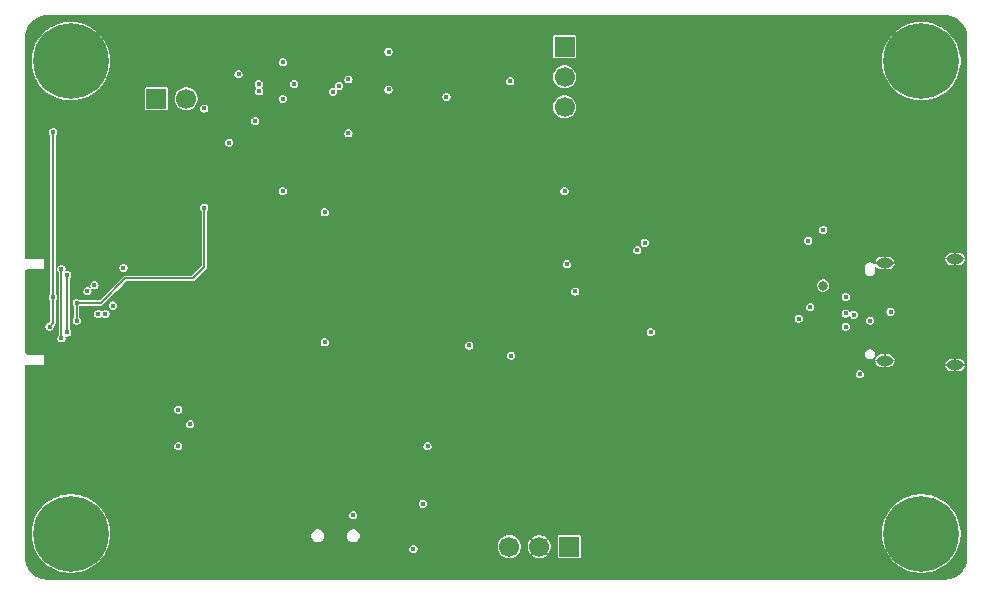
<source format=gbr>
%TF.GenerationSoftware,KiCad,Pcbnew,9.0.1+1*%
%TF.CreationDate,2025-09-07T19:59:54+00:00*%
%TF.ProjectId,ZSWatch-Dock,5a535761-7463-4682-9d44-6f636b2e6b69,+ (Unreleased)*%
%TF.SameCoordinates,Original*%
%TF.FileFunction,Copper,L3,Inr*%
%TF.FilePolarity,Positive*%
%FSLAX46Y46*%
G04 Gerber Fmt 4.6, Leading zero omitted, Abs format (unit mm)*
G04 Created by KiCad (PCBNEW 9.0.1+1) date 2025-09-07 19:59:54*
%MOMM*%
%LPD*%
G01*
G04 APERTURE LIST*
%TA.AperFunction,ComponentPad*%
%ADD10C,0.800000*%
%TD*%
%TA.AperFunction,ComponentPad*%
%ADD11C,6.400000*%
%TD*%
%TA.AperFunction,HeatsinkPad*%
%ADD12O,1.400000X0.800000*%
%TD*%
%TA.AperFunction,ComponentPad*%
%ADD13R,1.700000X1.700000*%
%TD*%
%TA.AperFunction,ComponentPad*%
%ADD14C,1.700000*%
%TD*%
%TA.AperFunction,ViaPad*%
%ADD15C,0.450000*%
%TD*%
%TA.AperFunction,ViaPad*%
%ADD16C,0.800000*%
%TD*%
%TA.AperFunction,Conductor*%
%ADD17C,0.200000*%
%TD*%
G04 APERTURE END LIST*
D10*
%TO.N,N/C*%
%TO.C,REF\u002A\u002A*%
X241300000Y-167100000D03*
X242002944Y-165402944D03*
X242002944Y-168797056D03*
X243700000Y-164700000D03*
D11*
X243700000Y-167100000D03*
D10*
X243700000Y-169500000D03*
X245397056Y-165402944D03*
X245397056Y-168797056D03*
X246100000Y-167100000D03*
%TD*%
D12*
%TO.N,GND*%
%TO.C,X403*%
X246565000Y-152810000D03*
X240615000Y-152450000D03*
X240615000Y-144190000D03*
X246565000Y-143830000D03*
%TD*%
D13*
%TO.N,Net-(X405-Pin_1)*%
%TO.C,X405*%
X178925000Y-130285000D03*
D14*
%TO.N,Net-(Q401-D)*%
X181465000Y-130285000D03*
%TD*%
D13*
%TO.N,RxD_{LV}*%
%TO.C,X402*%
X213900000Y-168200000D03*
D14*
%TO.N,GND*%
X211360000Y-168200000D03*
%TO.N,TxD_{LV}*%
X208820000Y-168200000D03*
%TD*%
D10*
%TO.N,N/C*%
%TO.C,REF\u002A\u002A*%
X241300000Y-127100000D03*
X242002944Y-125402944D03*
X242002944Y-128797056D03*
X243700000Y-124700000D03*
D11*
X243700000Y-127100000D03*
D10*
X243700000Y-129500000D03*
X245397056Y-125402944D03*
X245397056Y-128797056D03*
X246100000Y-127100000D03*
%TD*%
%TO.N,N/C*%
%TO.C,REF\u002A\u002A*%
X169300000Y-167100000D03*
X170002944Y-165402944D03*
X170002944Y-168797056D03*
X171700000Y-164700000D03*
D11*
X171700000Y-167100000D03*
D10*
X171700000Y-169500000D03*
X173397056Y-165402944D03*
X173397056Y-168797056D03*
X174100000Y-167100000D03*
%TD*%
D13*
%TO.N,+3V3*%
%TO.C,J402*%
X213500000Y-125900000D03*
D14*
%TO.N,Net-(D401-K)*%
X213500000Y-128440000D03*
%TO.N,+1V8*%
X213500000Y-130980000D03*
%TD*%
D10*
%TO.N,N/C*%
%TO.C,REF\u002A\u002A*%
X169300000Y-127100000D03*
X170002944Y-125402944D03*
X170002944Y-128797056D03*
X171700000Y-124700000D03*
D11*
X171700000Y-127100000D03*
D10*
X171700000Y-129500000D03*
X173397056Y-125402944D03*
X173397056Y-128797056D03*
X174100000Y-127100000D03*
%TD*%
D15*
%TO.N,GND*%
X227375000Y-140925000D03*
X237000000Y-142800000D03*
X232865000Y-143300000D03*
X235562500Y-148462500D03*
X196600000Y-127200000D03*
X222200000Y-153000000D03*
X178700000Y-146500000D03*
X198600000Y-146850000D03*
X207640000Y-128000000D03*
X223925000Y-135775000D03*
X178125000Y-167525000D03*
X225800000Y-146725000D03*
X196175000Y-150700000D03*
X218825000Y-150900000D03*
X196412500Y-125200000D03*
X223125000Y-141475000D03*
X198150000Y-130950000D03*
X230000000Y-140700000D03*
X217450000Y-135925000D03*
X203300000Y-126300000D03*
X222450000Y-135725000D03*
X226600000Y-139700000D03*
X212175000Y-144900000D03*
X226600000Y-138200000D03*
X192287500Y-130000000D03*
X229200000Y-144600000D03*
X216050000Y-142725000D03*
X213725000Y-150300000D03*
X169750000Y-145150000D03*
X224150000Y-150900000D03*
X239520000Y-145820000D03*
X204700000Y-150475000D03*
X221600000Y-141500000D03*
X188000000Y-127200000D03*
X219700000Y-168412500D03*
X241400000Y-142100000D03*
X169800000Y-151500000D03*
X226475000Y-133300000D03*
X177000000Y-150200000D03*
X178605000Y-148337500D03*
X239325000Y-154600000D03*
X227500000Y-144525000D03*
X195500000Y-148250000D03*
X239570000Y-151070000D03*
X194850000Y-166700000D03*
%TO.N,+1V8*%
X189650000Y-138100000D03*
X189650000Y-130300000D03*
X189650000Y-127200000D03*
X213500000Y-138100000D03*
X208975000Y-152025000D03*
%TO.N,RESETn*%
X195200000Y-133200000D03*
X195200000Y-128642500D03*
X193200000Y-150900000D03*
X193200000Y-139900000D03*
%TO.N,USB-D-*%
X233325000Y-148900000D03*
X234300000Y-147925000D03*
%TO.N,SWDIO_{LV}*%
X187650000Y-129650000D03*
X171400000Y-145200000D03*
X171400000Y-150070000D03*
%TO.N,SWDCLK_{LV}*%
X170900000Y-144700000D03*
X190600000Y-129042500D03*
X170900000Y-150570000D03*
X187600000Y-129042500D03*
%TO.N,V_{Watch}*%
X187300000Y-132175000D03*
X201500000Y-164575000D03*
D16*
X235405000Y-146105000D03*
D15*
%TO.N,V_{BUS}*%
X237300000Y-147070000D03*
X237300000Y-148462500D03*
X220800000Y-150037500D03*
X237300000Y-149570000D03*
%TO.N,RESETn_{LV}*%
X172200000Y-149070000D03*
X172200000Y-147570000D03*
X183000000Y-131100000D03*
X185900000Y-128200000D03*
X183000000Y-139500000D03*
%TO.N,USB-2-D+*%
X220288842Y-142473658D03*
X219662500Y-143100000D03*
%TO.N,EN_{OC1}*%
X213700000Y-144300000D03*
X235400000Y-141400000D03*
%TO.N,TxD_{LV}*%
X173100000Y-146570000D03*
X181800000Y-157850000D03*
%TO.N,RxD_{LV}*%
X180800000Y-156600000D03*
X201900000Y-159700000D03*
X180800000Y-159700000D03*
X173700000Y-146070000D03*
X205425000Y-151175000D03*
%TO.N,Net-(D401-K)*%
X198600000Y-126300000D03*
X198600000Y-129500000D03*
%TO.N,Net-(D404-K)*%
X195600000Y-165540000D03*
X185100000Y-134000000D03*
X200700000Y-168412500D03*
%TO.N,Net-(IC405-B3)*%
X194400000Y-129200000D03*
%TO.N,Net-(IC405-B4)*%
X193900000Y-129700000D03*
%TO.N,Net-(IC407-OCS_{N1})*%
X234135000Y-142300000D03*
X214400000Y-146600000D03*
%TO.N,Net-(X401-SWCLK{slash}TCK)*%
X203500000Y-130125000D03*
X208910000Y-128800000D03*
%TO.N,Net-(X403-CC1)*%
X238500000Y-153600000D03*
X239370000Y-149070000D03*
%TO.N,Net-(X404-CC2)*%
X176150000Y-144600000D03*
%TO.N,Net-(X405-Pin_1)*%
X170200000Y-133100000D03*
X170200000Y-147070000D03*
X169900000Y-149570000D03*
%TO.N,/Project Architecture/Main/D+*%
X238000000Y-148570000D03*
X241100000Y-148320000D03*
%TO.N,/Project Architecture/Main/D_{2}+*%
X174622407Y-148507592D03*
X175262499Y-147800000D03*
%TO.N,/Project Architecture/Main/D_{2}-*%
X174007223Y-148507592D03*
%TD*%
D17*
%TO.N,SWDIO_{LV}*%
X171400000Y-145200000D02*
X171400000Y-150070000D01*
%TO.N,SWDCLK_{LV}*%
X170900000Y-144700000D02*
X170900000Y-150570000D01*
%TO.N,RESETn_{LV}*%
X183000000Y-144500000D02*
X183000000Y-139500000D01*
X182000000Y-145500000D02*
X183000000Y-144500000D01*
X176300000Y-145500000D02*
X182000000Y-145500000D01*
X174230000Y-147570000D02*
X176300000Y-145500000D01*
X172200000Y-147570000D02*
X174230000Y-147570000D01*
X172200000Y-149070000D02*
X172200000Y-147570000D01*
%TO.N,Net-(X405-Pin_1)*%
X169900000Y-149570000D02*
X170200000Y-149270000D01*
X170200000Y-133100000D02*
X170200000Y-147070000D01*
X170200000Y-149270000D02*
X170200000Y-147070000D01*
%TD*%
%TA.AperFunction,Conductor*%
%TO.N,GND*%
G36*
X245702013Y-123200631D02*
G01*
X245943916Y-123216486D01*
X245951883Y-123217535D01*
X246187671Y-123264437D01*
X246195441Y-123266518D01*
X246423090Y-123343795D01*
X246430515Y-123346870D01*
X246646147Y-123453208D01*
X246653096Y-123457221D01*
X246852990Y-123590785D01*
X246859372Y-123595682D01*
X247040118Y-123754193D01*
X247045806Y-123759881D01*
X247204317Y-123940627D01*
X247209214Y-123947009D01*
X247342773Y-124146894D01*
X247346796Y-124153861D01*
X247453127Y-124369480D01*
X247456205Y-124376912D01*
X247533480Y-124604557D01*
X247535562Y-124612328D01*
X247582463Y-124848111D01*
X247583513Y-124856087D01*
X247599368Y-125097986D01*
X247599500Y-125102008D01*
X247599500Y-169097991D01*
X247599368Y-169102013D01*
X247583513Y-169343912D01*
X247582463Y-169351888D01*
X247535562Y-169587671D01*
X247533480Y-169595442D01*
X247456205Y-169823087D01*
X247453127Y-169830519D01*
X247346796Y-170046138D01*
X247342773Y-170053105D01*
X247209214Y-170252990D01*
X247204317Y-170259372D01*
X247045806Y-170440118D01*
X247040118Y-170445806D01*
X246859372Y-170604317D01*
X246852990Y-170609214D01*
X246653105Y-170742773D01*
X246646138Y-170746796D01*
X246430519Y-170853127D01*
X246423087Y-170856205D01*
X246195442Y-170933480D01*
X246187671Y-170935562D01*
X245951888Y-170982463D01*
X245943912Y-170983513D01*
X245702014Y-170999368D01*
X245697992Y-170999500D01*
X169702008Y-170999500D01*
X169697986Y-170999368D01*
X169456087Y-170983513D01*
X169448111Y-170982463D01*
X169212328Y-170935562D01*
X169204557Y-170933480D01*
X168976912Y-170856205D01*
X168969480Y-170853127D01*
X168858815Y-170798553D01*
X168753858Y-170746794D01*
X168746898Y-170742775D01*
X168547009Y-170609214D01*
X168540627Y-170604317D01*
X168359881Y-170445806D01*
X168354193Y-170440118D01*
X168300889Y-170379337D01*
X168195680Y-170259369D01*
X168190785Y-170252990D01*
X168057221Y-170053096D01*
X168053208Y-170046147D01*
X167946870Y-169830515D01*
X167943794Y-169823087D01*
X167927229Y-169774289D01*
X167866518Y-169595441D01*
X167864437Y-169587671D01*
X167860326Y-169567005D01*
X167817535Y-169351883D01*
X167816486Y-169343912D01*
X167805415Y-169174999D01*
X167800632Y-169102013D01*
X167800500Y-169097991D01*
X167800500Y-166936628D01*
X168374500Y-166936628D01*
X168374500Y-167263371D01*
X168406525Y-167588536D01*
X168406528Y-167588554D01*
X168470267Y-167908996D01*
X168565116Y-168221670D01*
X168565118Y-168221675D01*
X168565119Y-168221678D01*
X168595938Y-168296081D01*
X168690158Y-168523550D01*
X168844174Y-168811696D01*
X168844185Y-168811714D01*
X169025710Y-169083385D01*
X169232992Y-169335960D01*
X169464039Y-169567007D01*
X169716614Y-169774289D01*
X169800768Y-169830519D01*
X169988289Y-169955817D01*
X169988296Y-169955820D01*
X169988303Y-169955825D01*
X170164026Y-170049750D01*
X170276451Y-170109842D01*
X170578322Y-170234881D01*
X170890995Y-170329730D01*
X170890999Y-170329730D01*
X170891003Y-170329732D01*
X171100904Y-170371483D01*
X171211459Y-170393474D01*
X171471595Y-170419094D01*
X171536628Y-170425500D01*
X171536629Y-170425500D01*
X171863372Y-170425500D01*
X171917566Y-170420162D01*
X172188541Y-170393474D01*
X172401250Y-170351163D01*
X172508996Y-170329732D01*
X172508998Y-170329731D01*
X172509005Y-170329730D01*
X172821678Y-170234881D01*
X173123549Y-170109842D01*
X173411711Y-169955817D01*
X173683387Y-169774288D01*
X173935963Y-169567005D01*
X174167005Y-169335963D01*
X174374288Y-169083387D01*
X174555817Y-168811711D01*
X174709842Y-168523549D01*
X174774955Y-168366353D01*
X200349500Y-168366353D01*
X200349500Y-168458646D01*
X200373384Y-168547783D01*
X200373388Y-168547793D01*
X200419526Y-168627705D01*
X200419529Y-168627709D01*
X200419531Y-168627712D01*
X200484788Y-168692969D01*
X200484791Y-168692971D01*
X200484794Y-168692973D01*
X200564706Y-168739111D01*
X200564708Y-168739112D01*
X200564712Y-168739114D01*
X200564716Y-168739115D01*
X200653854Y-168763000D01*
X200653856Y-168763000D01*
X200746145Y-168763000D01*
X200785448Y-168752468D01*
X200835288Y-168739114D01*
X200915212Y-168692969D01*
X200980469Y-168627712D01*
X201026614Y-168547788D01*
X201043560Y-168484544D01*
X201050500Y-168458646D01*
X201050500Y-168366353D01*
X201026615Y-168277216D01*
X201026614Y-168277212D01*
X201026611Y-168277206D01*
X200980473Y-168197294D01*
X200980471Y-168197291D01*
X200980469Y-168197288D01*
X200915212Y-168132031D01*
X200915209Y-168132029D01*
X200915205Y-168132026D01*
X200866521Y-168103918D01*
X207844500Y-168103918D01*
X207844500Y-168296081D01*
X207881986Y-168484537D01*
X207881988Y-168484543D01*
X207955523Y-168662073D01*
X207955525Y-168662076D01*
X207955526Y-168662078D01*
X208062277Y-168821842D01*
X208198157Y-168957722D01*
X208354759Y-169062360D01*
X208357927Y-169064477D01*
X208535457Y-169138012D01*
X208723918Y-169175499D01*
X208723919Y-169175500D01*
X208723922Y-169175500D01*
X208916081Y-169175500D01*
X208916081Y-169175499D01*
X209104543Y-169138012D01*
X209282073Y-169064477D01*
X209441845Y-168957720D01*
X209577720Y-168821845D01*
X209684477Y-168662073D01*
X209758012Y-168484543D01*
X209795499Y-168296081D01*
X209795500Y-168296081D01*
X209795500Y-168103967D01*
X210385000Y-168103967D01*
X210385000Y-168296032D01*
X210422466Y-168484391D01*
X210422471Y-168484407D01*
X210495963Y-168661829D01*
X210495971Y-168661845D01*
X210602662Y-168821520D01*
X210602667Y-168821526D01*
X210626376Y-168845235D01*
X210962252Y-168509358D01*
X211050640Y-168597746D01*
X210714764Y-168933623D01*
X210738473Y-168957332D01*
X210738479Y-168957337D01*
X210898154Y-169064028D01*
X210898170Y-169064036D01*
X211075592Y-169137528D01*
X211075608Y-169137533D01*
X211263967Y-169174999D01*
X211263968Y-169175000D01*
X211456032Y-169175000D01*
X211456032Y-169174999D01*
X211644391Y-169137533D01*
X211644407Y-169137528D01*
X211821829Y-169064036D01*
X211821845Y-169064028D01*
X211981520Y-168957337D01*
X211981525Y-168957333D01*
X212005234Y-168933622D01*
X211669359Y-168597747D01*
X211757747Y-168509359D01*
X212093622Y-168845234D01*
X212117333Y-168821525D01*
X212117337Y-168821520D01*
X212224028Y-168661845D01*
X212224036Y-168661829D01*
X212297528Y-168484407D01*
X212297533Y-168484391D01*
X212334999Y-168296032D01*
X212335000Y-168296032D01*
X212335000Y-168103968D01*
X212334999Y-168103967D01*
X212297533Y-167915608D01*
X212297528Y-167915592D01*
X212224036Y-167738170D01*
X212224028Y-167738154D01*
X212117337Y-167578479D01*
X212117332Y-167578473D01*
X212093623Y-167554764D01*
X211757746Y-167890640D01*
X211669358Y-167802252D01*
X212005235Y-167466376D01*
X211981526Y-167442667D01*
X211981520Y-167442662D01*
X211896348Y-167385752D01*
X211896346Y-167385752D01*
X211824330Y-167337633D01*
X212924500Y-167337633D01*
X212924500Y-169062360D01*
X212931781Y-169098969D01*
X212931782Y-169098970D01*
X212941069Y-169112869D01*
X212959519Y-169140481D01*
X213001032Y-169168219D01*
X213037637Y-169175500D01*
X214762362Y-169175499D01*
X214798968Y-169168219D01*
X214840481Y-169140481D01*
X214868219Y-169098968D01*
X214875500Y-169062363D01*
X214875499Y-167337638D01*
X214868219Y-167301032D01*
X214840481Y-167259519D01*
X214812742Y-167240984D01*
X214798967Y-167231780D01*
X214762366Y-167224500D01*
X213037639Y-167224500D01*
X213001030Y-167231781D01*
X213001029Y-167231782D01*
X212959519Y-167259519D01*
X212931780Y-167301032D01*
X212924500Y-167337633D01*
X211824330Y-167337633D01*
X211821837Y-167335967D01*
X211821829Y-167335963D01*
X211644407Y-167262471D01*
X211644391Y-167262466D01*
X211456032Y-167225000D01*
X211263968Y-167225000D01*
X211075608Y-167262466D01*
X211075592Y-167262471D01*
X210898170Y-167335963D01*
X210898160Y-167335968D01*
X210738473Y-167442667D01*
X210738470Y-167442669D01*
X210714764Y-167466375D01*
X210714764Y-167466376D01*
X211050641Y-167802253D01*
X210962253Y-167890641D01*
X210626376Y-167554764D01*
X210602669Y-167578470D01*
X210602667Y-167578473D01*
X210495968Y-167738160D01*
X210495963Y-167738170D01*
X210422471Y-167915592D01*
X210422466Y-167915608D01*
X210385000Y-168103967D01*
X209795500Y-168103967D01*
X209795500Y-168103919D01*
X209795499Y-168103918D01*
X209758013Y-167915462D01*
X209758011Y-167915455D01*
X209684477Y-167737927D01*
X209659135Y-167700000D01*
X209577722Y-167578157D01*
X209441842Y-167442277D01*
X209282078Y-167335526D01*
X209282076Y-167335525D01*
X209282073Y-167335523D01*
X209159293Y-167284666D01*
X209104544Y-167261988D01*
X209104537Y-167261986D01*
X208916081Y-167224500D01*
X208916078Y-167224500D01*
X208723922Y-167224500D01*
X208723919Y-167224500D01*
X208535462Y-167261986D01*
X208535455Y-167261988D01*
X208441203Y-167301029D01*
X208357927Y-167335523D01*
X208357924Y-167335524D01*
X208357921Y-167335526D01*
X208198157Y-167442277D01*
X208062277Y-167578157D01*
X207955526Y-167737921D01*
X207955524Y-167737924D01*
X207955523Y-167737927D01*
X207954454Y-167740509D01*
X207881988Y-167915455D01*
X207881986Y-167915462D01*
X207844500Y-168103918D01*
X200866521Y-168103918D01*
X200835293Y-168085888D01*
X200835283Y-168085884D01*
X200746146Y-168062000D01*
X200746144Y-168062000D01*
X200653856Y-168062000D01*
X200653854Y-168062000D01*
X200564716Y-168085884D01*
X200564706Y-168085888D01*
X200484794Y-168132026D01*
X200484784Y-168132034D01*
X200419534Y-168197284D01*
X200419526Y-168197294D01*
X200373388Y-168277206D01*
X200373384Y-168277216D01*
X200349500Y-168366353D01*
X174774955Y-168366353D01*
X174834881Y-168221678D01*
X174929730Y-167909005D01*
X174948830Y-167812985D01*
X174963246Y-167740509D01*
X174993474Y-167588541D01*
X175025500Y-167263371D01*
X175025500Y-167227522D01*
X192049500Y-167227522D01*
X192049500Y-167372477D01*
X192087014Y-167512480D01*
X192087015Y-167512482D01*
X192087016Y-167512485D01*
X192159491Y-167638015D01*
X192261985Y-167740509D01*
X192387515Y-167812984D01*
X192387519Y-167812985D01*
X192527523Y-167850500D01*
X192527525Y-167850500D01*
X192672476Y-167850500D01*
X192734206Y-167833958D01*
X192812485Y-167812984D01*
X192938015Y-167740509D01*
X193040509Y-167638015D01*
X193112984Y-167512485D01*
X193131796Y-167442277D01*
X193150500Y-167372477D01*
X193150500Y-167227522D01*
X195049500Y-167227522D01*
X195049500Y-167372477D01*
X195087014Y-167512480D01*
X195087015Y-167512482D01*
X195087016Y-167512485D01*
X195159491Y-167638015D01*
X195261985Y-167740509D01*
X195387515Y-167812984D01*
X195387519Y-167812985D01*
X195527523Y-167850500D01*
X195527525Y-167850500D01*
X195672476Y-167850500D01*
X195734206Y-167833958D01*
X195812485Y-167812984D01*
X195938015Y-167740509D01*
X196040509Y-167638015D01*
X196112984Y-167512485D01*
X196131796Y-167442277D01*
X196150500Y-167372477D01*
X196150500Y-167227522D01*
X196112985Y-167087519D01*
X196112984Y-167087515D01*
X196042750Y-166965866D01*
X196040513Y-166961991D01*
X196040511Y-166961988D01*
X196040509Y-166961985D01*
X196015152Y-166936628D01*
X240374500Y-166936628D01*
X240374500Y-167263371D01*
X240406525Y-167588536D01*
X240406528Y-167588554D01*
X240470267Y-167908996D01*
X240565116Y-168221670D01*
X240565118Y-168221675D01*
X240565119Y-168221678D01*
X240595938Y-168296081D01*
X240690158Y-168523550D01*
X240844174Y-168811696D01*
X240844185Y-168811714D01*
X241025710Y-169083385D01*
X241232992Y-169335960D01*
X241464039Y-169567007D01*
X241716614Y-169774289D01*
X241800768Y-169830519D01*
X241988289Y-169955817D01*
X241988296Y-169955820D01*
X241988303Y-169955825D01*
X242164026Y-170049750D01*
X242276451Y-170109842D01*
X242578322Y-170234881D01*
X242890995Y-170329730D01*
X242890999Y-170329730D01*
X242891003Y-170329732D01*
X243100904Y-170371483D01*
X243211459Y-170393474D01*
X243471595Y-170419094D01*
X243536628Y-170425500D01*
X243536629Y-170425500D01*
X243863372Y-170425500D01*
X243917566Y-170420162D01*
X244188541Y-170393474D01*
X244401250Y-170351163D01*
X244508996Y-170329732D01*
X244508998Y-170329731D01*
X244509005Y-170329730D01*
X244821678Y-170234881D01*
X245123549Y-170109842D01*
X245411711Y-169955817D01*
X245683387Y-169774288D01*
X245935963Y-169567005D01*
X246167005Y-169335963D01*
X246374288Y-169083387D01*
X246555817Y-168811711D01*
X246709842Y-168523549D01*
X246834881Y-168221678D01*
X246929730Y-167909005D01*
X246948830Y-167812985D01*
X246963246Y-167740509D01*
X246993474Y-167588541D01*
X247025500Y-167263371D01*
X247025500Y-166936629D01*
X246993474Y-166611459D01*
X246929730Y-166290995D01*
X246834881Y-165978322D01*
X246709842Y-165676451D01*
X246625585Y-165518816D01*
X246555825Y-165388303D01*
X246555820Y-165388296D01*
X246555817Y-165388289D01*
X246374288Y-165116613D01*
X246167007Y-164864039D01*
X245935960Y-164632992D01*
X245683385Y-164425710D01*
X245411714Y-164244185D01*
X245411696Y-164244174D01*
X245123550Y-164090158D01*
X244951769Y-164019004D01*
X244821678Y-163965119D01*
X244821675Y-163965118D01*
X244821670Y-163965116D01*
X244508996Y-163870267D01*
X244188554Y-163806528D01*
X244188536Y-163806525D01*
X243863372Y-163774500D01*
X243863371Y-163774500D01*
X243536629Y-163774500D01*
X243536628Y-163774500D01*
X243211463Y-163806525D01*
X243211445Y-163806528D01*
X242891003Y-163870267D01*
X242578329Y-163965116D01*
X242276449Y-164090158D01*
X241988303Y-164244174D01*
X241988285Y-164244185D01*
X241716614Y-164425710D01*
X241464039Y-164632992D01*
X241232992Y-164864039D01*
X241025710Y-165116614D01*
X240844185Y-165388285D01*
X240844174Y-165388303D01*
X240690158Y-165676449D01*
X240565116Y-165978329D01*
X240470267Y-166291003D01*
X240406528Y-166611445D01*
X240406525Y-166611463D01*
X240374500Y-166936628D01*
X196015152Y-166936628D01*
X195938015Y-166859491D01*
X195812485Y-166787016D01*
X195812482Y-166787015D01*
X195812480Y-166787014D01*
X195672477Y-166749500D01*
X195672475Y-166749500D01*
X195527525Y-166749500D01*
X195527523Y-166749500D01*
X195387519Y-166787014D01*
X195387515Y-166787016D01*
X195261986Y-166859490D01*
X195261981Y-166859494D01*
X195159494Y-166961981D01*
X195159490Y-166961986D01*
X195087016Y-167087515D01*
X195087014Y-167087519D01*
X195049500Y-167227522D01*
X193150500Y-167227522D01*
X193112985Y-167087519D01*
X193112984Y-167087515D01*
X193040509Y-166961985D01*
X192938015Y-166859491D01*
X192812485Y-166787016D01*
X192812482Y-166787015D01*
X192812480Y-166787014D01*
X192672477Y-166749500D01*
X192672475Y-166749500D01*
X192527525Y-166749500D01*
X192527523Y-166749500D01*
X192387519Y-166787014D01*
X192387515Y-166787016D01*
X192261986Y-166859490D01*
X192261981Y-166859494D01*
X192159494Y-166961981D01*
X192159490Y-166961986D01*
X192087016Y-167087515D01*
X192087014Y-167087519D01*
X192049500Y-167227522D01*
X175025500Y-167227522D01*
X175025500Y-166936629D01*
X174993474Y-166611459D01*
X174929730Y-166290995D01*
X174834881Y-165978322D01*
X174709842Y-165676451D01*
X174625585Y-165518816D01*
X174612242Y-165493853D01*
X195249500Y-165493853D01*
X195249500Y-165586146D01*
X195273384Y-165675283D01*
X195273388Y-165675293D01*
X195319526Y-165755205D01*
X195319529Y-165755209D01*
X195319531Y-165755212D01*
X195384788Y-165820469D01*
X195384791Y-165820471D01*
X195384794Y-165820473D01*
X195464706Y-165866611D01*
X195464708Y-165866612D01*
X195464712Y-165866614D01*
X195464716Y-165866615D01*
X195553854Y-165890500D01*
X195553856Y-165890500D01*
X195646145Y-165890500D01*
X195685448Y-165879968D01*
X195735288Y-165866614D01*
X195815212Y-165820469D01*
X195880469Y-165755212D01*
X195926614Y-165675288D01*
X195935882Y-165640698D01*
X195950500Y-165586146D01*
X195950500Y-165493853D01*
X195926615Y-165404716D01*
X195926614Y-165404712D01*
X195926611Y-165404706D01*
X195880473Y-165324794D01*
X195880471Y-165324791D01*
X195880469Y-165324788D01*
X195815212Y-165259531D01*
X195815209Y-165259529D01*
X195815205Y-165259526D01*
X195735293Y-165213388D01*
X195735283Y-165213384D01*
X195646146Y-165189500D01*
X195646144Y-165189500D01*
X195553856Y-165189500D01*
X195553854Y-165189500D01*
X195464716Y-165213384D01*
X195464706Y-165213388D01*
X195384794Y-165259526D01*
X195384784Y-165259534D01*
X195319534Y-165324784D01*
X195319526Y-165324794D01*
X195273388Y-165404706D01*
X195273384Y-165404716D01*
X195249500Y-165493853D01*
X174612242Y-165493853D01*
X174555825Y-165388303D01*
X174555820Y-165388296D01*
X174555817Y-165388289D01*
X174374288Y-165116613D01*
X174167007Y-164864039D01*
X173935960Y-164632992D01*
X173862085Y-164572365D01*
X173809065Y-164528853D01*
X201149500Y-164528853D01*
X201149500Y-164621146D01*
X201173384Y-164710283D01*
X201173388Y-164710293D01*
X201219526Y-164790205D01*
X201219529Y-164790209D01*
X201219531Y-164790212D01*
X201284788Y-164855469D01*
X201284791Y-164855471D01*
X201284794Y-164855473D01*
X201364706Y-164901611D01*
X201364708Y-164901612D01*
X201364712Y-164901614D01*
X201364716Y-164901615D01*
X201453854Y-164925500D01*
X201453856Y-164925500D01*
X201546145Y-164925500D01*
X201585448Y-164914968D01*
X201635288Y-164901614D01*
X201715212Y-164855469D01*
X201780469Y-164790212D01*
X201826614Y-164710288D01*
X201847325Y-164632995D01*
X201850500Y-164621146D01*
X201850500Y-164528853D01*
X201826615Y-164439716D01*
X201826614Y-164439712D01*
X201818530Y-164425710D01*
X201780473Y-164359794D01*
X201780471Y-164359791D01*
X201780469Y-164359788D01*
X201715212Y-164294531D01*
X201715209Y-164294529D01*
X201715205Y-164294526D01*
X201635293Y-164248388D01*
X201635283Y-164248384D01*
X201546146Y-164224500D01*
X201546144Y-164224500D01*
X201453856Y-164224500D01*
X201453854Y-164224500D01*
X201364716Y-164248384D01*
X201364706Y-164248388D01*
X201284794Y-164294526D01*
X201284784Y-164294534D01*
X201219534Y-164359784D01*
X201219526Y-164359794D01*
X201173388Y-164439706D01*
X201173384Y-164439716D01*
X201149500Y-164528853D01*
X173809065Y-164528853D01*
X173683385Y-164425710D01*
X173411714Y-164244185D01*
X173411696Y-164244174D01*
X173123550Y-164090158D01*
X172951769Y-164019004D01*
X172821678Y-163965119D01*
X172821675Y-163965118D01*
X172821670Y-163965116D01*
X172508996Y-163870267D01*
X172188554Y-163806528D01*
X172188536Y-163806525D01*
X171863372Y-163774500D01*
X171863371Y-163774500D01*
X171536629Y-163774500D01*
X171536628Y-163774500D01*
X171211463Y-163806525D01*
X171211445Y-163806528D01*
X170891003Y-163870267D01*
X170578329Y-163965116D01*
X170276449Y-164090158D01*
X169988303Y-164244174D01*
X169988285Y-164244185D01*
X169716614Y-164425710D01*
X169464039Y-164632992D01*
X169232992Y-164864039D01*
X169025710Y-165116614D01*
X168844185Y-165388285D01*
X168844174Y-165388303D01*
X168690158Y-165676449D01*
X168565116Y-165978329D01*
X168470267Y-166291003D01*
X168406528Y-166611445D01*
X168406525Y-166611463D01*
X168374500Y-166936628D01*
X167800500Y-166936628D01*
X167800500Y-159653853D01*
X180449500Y-159653853D01*
X180449500Y-159746146D01*
X180473384Y-159835283D01*
X180473388Y-159835293D01*
X180519526Y-159915205D01*
X180519529Y-159915209D01*
X180519531Y-159915212D01*
X180584788Y-159980469D01*
X180584791Y-159980471D01*
X180584794Y-159980473D01*
X180664706Y-160026611D01*
X180664708Y-160026612D01*
X180664712Y-160026614D01*
X180664716Y-160026615D01*
X180753854Y-160050500D01*
X180753856Y-160050500D01*
X180846145Y-160050500D01*
X180885448Y-160039968D01*
X180935288Y-160026614D01*
X181015212Y-159980469D01*
X181080469Y-159915212D01*
X181126614Y-159835288D01*
X181135882Y-159800698D01*
X181150500Y-159746146D01*
X181150500Y-159653853D01*
X201549500Y-159653853D01*
X201549500Y-159746146D01*
X201573384Y-159835283D01*
X201573388Y-159835293D01*
X201619526Y-159915205D01*
X201619529Y-159915209D01*
X201619531Y-159915212D01*
X201684788Y-159980469D01*
X201684791Y-159980471D01*
X201684794Y-159980473D01*
X201764706Y-160026611D01*
X201764708Y-160026612D01*
X201764712Y-160026614D01*
X201764716Y-160026615D01*
X201853854Y-160050500D01*
X201853856Y-160050500D01*
X201946145Y-160050500D01*
X201985448Y-160039968D01*
X202035288Y-160026614D01*
X202115212Y-159980469D01*
X202180469Y-159915212D01*
X202226614Y-159835288D01*
X202235882Y-159800698D01*
X202250500Y-159746146D01*
X202250500Y-159653853D01*
X202226615Y-159564716D01*
X202226614Y-159564712D01*
X202226611Y-159564706D01*
X202180473Y-159484794D01*
X202180471Y-159484791D01*
X202180469Y-159484788D01*
X202115212Y-159419531D01*
X202115209Y-159419529D01*
X202115205Y-159419526D01*
X202035293Y-159373388D01*
X202035283Y-159373384D01*
X201946146Y-159349500D01*
X201946144Y-159349500D01*
X201853856Y-159349500D01*
X201853854Y-159349500D01*
X201764716Y-159373384D01*
X201764706Y-159373388D01*
X201684794Y-159419526D01*
X201684784Y-159419534D01*
X201619534Y-159484784D01*
X201619526Y-159484794D01*
X201573388Y-159564706D01*
X201573384Y-159564716D01*
X201549500Y-159653853D01*
X181150500Y-159653853D01*
X181126615Y-159564716D01*
X181126614Y-159564712D01*
X181126611Y-159564706D01*
X181080473Y-159484794D01*
X181080471Y-159484791D01*
X181080469Y-159484788D01*
X181015212Y-159419531D01*
X181015209Y-159419529D01*
X181015205Y-159419526D01*
X180935293Y-159373388D01*
X180935283Y-159373384D01*
X180846146Y-159349500D01*
X180846144Y-159349500D01*
X180753856Y-159349500D01*
X180753854Y-159349500D01*
X180664716Y-159373384D01*
X180664706Y-159373388D01*
X180584794Y-159419526D01*
X180584784Y-159419534D01*
X180519534Y-159484784D01*
X180519526Y-159484794D01*
X180473388Y-159564706D01*
X180473384Y-159564716D01*
X180449500Y-159653853D01*
X167800500Y-159653853D01*
X167800500Y-157803853D01*
X181449500Y-157803853D01*
X181449500Y-157896146D01*
X181473384Y-157985283D01*
X181473388Y-157985293D01*
X181519526Y-158065205D01*
X181519529Y-158065209D01*
X181519531Y-158065212D01*
X181584788Y-158130469D01*
X181584791Y-158130471D01*
X181584794Y-158130473D01*
X181664706Y-158176611D01*
X181664708Y-158176612D01*
X181664712Y-158176614D01*
X181664716Y-158176615D01*
X181753854Y-158200500D01*
X181753856Y-158200500D01*
X181846145Y-158200500D01*
X181885448Y-158189968D01*
X181935288Y-158176614D01*
X182015212Y-158130469D01*
X182080469Y-158065212D01*
X182126614Y-157985288D01*
X182135882Y-157950698D01*
X182150500Y-157896146D01*
X182150500Y-157803853D01*
X182126615Y-157714716D01*
X182126614Y-157714712D01*
X182126611Y-157714706D01*
X182080473Y-157634794D01*
X182080471Y-157634791D01*
X182080469Y-157634788D01*
X182015212Y-157569531D01*
X182015209Y-157569529D01*
X182015205Y-157569526D01*
X181935293Y-157523388D01*
X181935283Y-157523384D01*
X181846146Y-157499500D01*
X181846144Y-157499500D01*
X181753856Y-157499500D01*
X181753854Y-157499500D01*
X181664716Y-157523384D01*
X181664706Y-157523388D01*
X181584794Y-157569526D01*
X181584784Y-157569534D01*
X181519534Y-157634784D01*
X181519526Y-157634794D01*
X181473388Y-157714706D01*
X181473384Y-157714716D01*
X181449500Y-157803853D01*
X167800500Y-157803853D01*
X167800500Y-156553853D01*
X180449500Y-156553853D01*
X180449500Y-156646146D01*
X180473384Y-156735283D01*
X180473388Y-156735293D01*
X180519526Y-156815205D01*
X180519529Y-156815209D01*
X180519531Y-156815212D01*
X180584788Y-156880469D01*
X180584791Y-156880471D01*
X180584794Y-156880473D01*
X180664706Y-156926611D01*
X180664708Y-156926612D01*
X180664712Y-156926614D01*
X180664716Y-156926615D01*
X180753854Y-156950500D01*
X180753856Y-156950500D01*
X180846145Y-156950500D01*
X180885448Y-156939968D01*
X180935288Y-156926614D01*
X181015212Y-156880469D01*
X181080469Y-156815212D01*
X181126614Y-156735288D01*
X181135882Y-156700698D01*
X181150500Y-156646146D01*
X181150500Y-156553853D01*
X181126615Y-156464716D01*
X181126614Y-156464712D01*
X181126611Y-156464706D01*
X181080473Y-156384794D01*
X181080471Y-156384791D01*
X181080469Y-156384788D01*
X181015212Y-156319531D01*
X181015209Y-156319529D01*
X181015205Y-156319526D01*
X180935293Y-156273388D01*
X180935283Y-156273384D01*
X180846146Y-156249500D01*
X180846144Y-156249500D01*
X180753856Y-156249500D01*
X180753854Y-156249500D01*
X180664716Y-156273384D01*
X180664706Y-156273388D01*
X180584794Y-156319526D01*
X180584784Y-156319534D01*
X180519534Y-156384784D01*
X180519526Y-156384794D01*
X180473388Y-156464706D01*
X180473384Y-156464716D01*
X180449500Y-156553853D01*
X167800500Y-156553853D01*
X167800500Y-153553853D01*
X238149500Y-153553853D01*
X238149500Y-153646146D01*
X238173384Y-153735283D01*
X238173388Y-153735293D01*
X238219526Y-153815205D01*
X238219529Y-153815209D01*
X238219531Y-153815212D01*
X238284788Y-153880469D01*
X238284791Y-153880471D01*
X238284794Y-153880473D01*
X238364706Y-153926611D01*
X238364708Y-153926612D01*
X238364712Y-153926614D01*
X238364716Y-153926615D01*
X238453854Y-153950500D01*
X238453856Y-153950500D01*
X238546145Y-153950500D01*
X238585448Y-153939968D01*
X238635288Y-153926614D01*
X238715212Y-153880469D01*
X238780469Y-153815212D01*
X238826614Y-153735288D01*
X238835882Y-153700698D01*
X238850500Y-153646146D01*
X238850500Y-153553853D01*
X238826615Y-153464716D01*
X238826614Y-153464712D01*
X238826611Y-153464706D01*
X238780473Y-153384794D01*
X238780471Y-153384791D01*
X238780469Y-153384788D01*
X238715212Y-153319531D01*
X238715209Y-153319529D01*
X238715205Y-153319526D01*
X238635293Y-153273388D01*
X238635283Y-153273384D01*
X238546146Y-153249500D01*
X238546144Y-153249500D01*
X238453856Y-153249500D01*
X238453854Y-153249500D01*
X238364716Y-153273384D01*
X238364706Y-153273388D01*
X238284794Y-153319526D01*
X238284784Y-153319534D01*
X238219534Y-153384784D01*
X238219526Y-153384794D01*
X238173388Y-153464706D01*
X238173384Y-153464716D01*
X238149500Y-153553853D01*
X167800500Y-153553853D01*
X167800500Y-152882000D01*
X167818513Y-152838513D01*
X167862000Y-152820500D01*
X169319990Y-152820500D01*
X169319991Y-152820500D01*
X169356929Y-152805200D01*
X169385200Y-152776929D01*
X169400500Y-152739991D01*
X169400500Y-152380879D01*
X239790000Y-152380879D01*
X239790000Y-152387500D01*
X240070290Y-152387500D01*
X240065000Y-152400272D01*
X240065000Y-152499728D01*
X240070290Y-152512500D01*
X239790000Y-152512500D01*
X239790000Y-152519120D01*
X239825776Y-152652637D01*
X239825780Y-152652647D01*
X239894891Y-152772350D01*
X239894899Y-152772360D01*
X239992639Y-152870100D01*
X239992649Y-152870108D01*
X240112352Y-152939219D01*
X240112362Y-152939223D01*
X240245880Y-152975000D01*
X240552500Y-152975000D01*
X240552500Y-152700000D01*
X240677500Y-152700000D01*
X240677500Y-152975000D01*
X240984119Y-152975000D01*
X241117637Y-152939223D01*
X241117647Y-152939219D01*
X241237350Y-152870108D01*
X241237360Y-152870100D01*
X241303922Y-152803539D01*
X241335100Y-152772360D01*
X241335108Y-152772350D01*
X241353278Y-152740879D01*
X245740000Y-152740879D01*
X245740000Y-152747500D01*
X246020290Y-152747500D01*
X246015000Y-152760272D01*
X246015000Y-152859728D01*
X246020290Y-152872500D01*
X245740000Y-152872500D01*
X245740000Y-152879120D01*
X245775776Y-153012637D01*
X245775780Y-153012647D01*
X245844891Y-153132350D01*
X245844899Y-153132360D01*
X245942639Y-153230100D01*
X245942649Y-153230108D01*
X246062352Y-153299219D01*
X246062362Y-153299223D01*
X246195880Y-153335000D01*
X246502500Y-153335000D01*
X246502500Y-153060000D01*
X246627500Y-153060000D01*
X246627500Y-153335000D01*
X246934119Y-153335000D01*
X247067637Y-153299223D01*
X247067647Y-153299219D01*
X247187350Y-153230108D01*
X247187360Y-153230100D01*
X247285100Y-153132360D01*
X247285108Y-153132350D01*
X247354219Y-153012647D01*
X247354223Y-153012637D01*
X247390000Y-152879120D01*
X247390000Y-152872500D01*
X247109710Y-152872500D01*
X247115000Y-152859728D01*
X247115000Y-152760272D01*
X247109710Y-152747500D01*
X247390000Y-152747500D01*
X247390000Y-152740879D01*
X247354223Y-152607362D01*
X247354219Y-152607352D01*
X247285108Y-152487649D01*
X247285100Y-152487639D01*
X247187360Y-152389899D01*
X247187350Y-152389891D01*
X247067647Y-152320780D01*
X247067637Y-152320776D01*
X246934120Y-152285000D01*
X246627500Y-152285000D01*
X246627500Y-152560000D01*
X246502500Y-152560000D01*
X246502500Y-152285000D01*
X246195880Y-152285000D01*
X246062362Y-152320776D01*
X246062352Y-152320780D01*
X245942649Y-152389891D01*
X245942639Y-152389899D01*
X245844899Y-152487639D01*
X245844891Y-152487649D01*
X245775780Y-152607352D01*
X245775776Y-152607362D01*
X245740000Y-152740879D01*
X241353278Y-152740879D01*
X241373356Y-152706104D01*
X241373357Y-152706101D01*
X241404221Y-152652641D01*
X241404223Y-152652637D01*
X241440000Y-152519120D01*
X241440000Y-152512500D01*
X241159710Y-152512500D01*
X241165000Y-152499728D01*
X241165000Y-152400272D01*
X241159710Y-152387500D01*
X241440000Y-152387500D01*
X241440000Y-152380879D01*
X241404223Y-152247362D01*
X241404219Y-152247352D01*
X241335108Y-152127649D01*
X241335100Y-152127639D01*
X241237360Y-152029899D01*
X241237350Y-152029891D01*
X241117647Y-151960780D01*
X241117637Y-151960776D01*
X240984120Y-151925000D01*
X240677500Y-151925000D01*
X240677500Y-152200000D01*
X240552500Y-152200000D01*
X240552500Y-151925000D01*
X240245880Y-151925000D01*
X240112362Y-151960776D01*
X240112352Y-151960780D01*
X239992649Y-152029891D01*
X239992639Y-152029899D01*
X239894899Y-152127639D01*
X239894891Y-152127649D01*
X239825780Y-152247352D01*
X239825776Y-152247362D01*
X239790000Y-152380879D01*
X169400500Y-152380879D01*
X169400500Y-152055009D01*
X169385200Y-152018071D01*
X169356929Y-151989800D01*
X169330500Y-151978853D01*
X208624500Y-151978853D01*
X208624500Y-152071146D01*
X208648384Y-152160283D01*
X208648388Y-152160293D01*
X208694526Y-152240205D01*
X208694529Y-152240209D01*
X208694531Y-152240212D01*
X208759788Y-152305469D01*
X208759791Y-152305471D01*
X208759794Y-152305473D01*
X208839706Y-152351611D01*
X208839708Y-152351612D01*
X208839712Y-152351614D01*
X208839716Y-152351615D01*
X208928854Y-152375500D01*
X208928856Y-152375500D01*
X209021145Y-152375500D01*
X209060448Y-152364968D01*
X209110288Y-152351614D01*
X209190212Y-152305469D01*
X209255469Y-152240212D01*
X209301614Y-152160288D01*
X209321993Y-152084232D01*
X209325500Y-152071146D01*
X209325500Y-151978853D01*
X209303573Y-151897024D01*
X209301614Y-151889712D01*
X209297252Y-151882157D01*
X209286757Y-151863979D01*
X238939500Y-151863979D01*
X238939500Y-151976020D01*
X238968495Y-152084232D01*
X238968496Y-152084234D01*
X238968497Y-152084237D01*
X239024515Y-152181263D01*
X239103737Y-152260485D01*
X239200763Y-152316503D01*
X239204286Y-152317447D01*
X239308980Y-152345500D01*
X239308982Y-152345500D01*
X239421019Y-152345500D01*
X239456866Y-152335894D01*
X239529237Y-152316503D01*
X239626263Y-152260485D01*
X239705485Y-152181263D01*
X239761503Y-152084237D01*
X239779232Y-152018070D01*
X239790500Y-151976020D01*
X239790500Y-151863979D01*
X239761504Y-151755767D01*
X239761503Y-151755763D01*
X239705485Y-151658737D01*
X239626263Y-151579515D01*
X239529237Y-151523497D01*
X239529234Y-151523496D01*
X239529232Y-151523495D01*
X239421020Y-151494500D01*
X239421018Y-151494500D01*
X239308982Y-151494500D01*
X239308980Y-151494500D01*
X239200767Y-151523495D01*
X239200763Y-151523497D01*
X239103738Y-151579514D01*
X239103733Y-151579518D01*
X239024518Y-151658733D01*
X239024514Y-151658738D01*
X238968497Y-151755763D01*
X238968495Y-151755767D01*
X238939500Y-151863979D01*
X209286757Y-151863979D01*
X209255473Y-151809794D01*
X209255471Y-151809791D01*
X209255469Y-151809788D01*
X209190212Y-151744531D01*
X209190209Y-151744529D01*
X209190205Y-151744526D01*
X209110293Y-151698388D01*
X209110283Y-151698384D01*
X209021146Y-151674500D01*
X209021144Y-151674500D01*
X208928856Y-151674500D01*
X208928854Y-151674500D01*
X208839716Y-151698384D01*
X208839706Y-151698388D01*
X208759794Y-151744526D01*
X208759784Y-151744534D01*
X208694534Y-151809784D01*
X208694526Y-151809794D01*
X208648388Y-151889706D01*
X208648384Y-151889716D01*
X208624500Y-151978853D01*
X169330500Y-151978853D01*
X169319991Y-151974500D01*
X168093022Y-151974500D01*
X168062509Y-151966397D01*
X167831487Y-151834383D01*
X167802667Y-151797167D01*
X167800500Y-151780986D01*
X167800500Y-149523853D01*
X169549500Y-149523853D01*
X169549500Y-149616146D01*
X169573384Y-149705283D01*
X169573388Y-149705293D01*
X169619526Y-149785205D01*
X169619529Y-149785209D01*
X169619531Y-149785212D01*
X169684788Y-149850469D01*
X169684791Y-149850471D01*
X169684794Y-149850473D01*
X169764706Y-149896611D01*
X169764708Y-149896612D01*
X169764712Y-149896614D01*
X169764716Y-149896615D01*
X169853854Y-149920500D01*
X169853856Y-149920500D01*
X169946145Y-149920500D01*
X169985448Y-149909968D01*
X170035288Y-149896614D01*
X170115212Y-149850469D01*
X170180469Y-149785212D01*
X170226614Y-149705288D01*
X170235882Y-149670698D01*
X170250500Y-149616146D01*
X170250500Y-149563878D01*
X170268512Y-149520392D01*
X170319084Y-149469819D01*
X170319088Y-149469817D01*
X170327735Y-149461170D01*
X170327736Y-149461170D01*
X170391170Y-149397736D01*
X170407780Y-149357636D01*
X170425501Y-149314855D01*
X170425501Y-149225145D01*
X170425501Y-149220194D01*
X170425500Y-149220180D01*
X170425500Y-147365655D01*
X170443513Y-147322168D01*
X170480469Y-147285212D01*
X170526614Y-147205288D01*
X170535882Y-147170698D01*
X170550500Y-147116146D01*
X170550500Y-147023853D01*
X170526615Y-146934716D01*
X170526614Y-146934712D01*
X170526611Y-146934706D01*
X170480473Y-146854794D01*
X170480471Y-146854791D01*
X170480469Y-146854788D01*
X170443513Y-146817832D01*
X170425500Y-146774345D01*
X170425500Y-144653853D01*
X170549500Y-144653853D01*
X170549500Y-144746146D01*
X170573384Y-144835283D01*
X170573388Y-144835293D01*
X170619526Y-144915205D01*
X170619529Y-144915209D01*
X170619531Y-144915212D01*
X170619534Y-144915215D01*
X170656487Y-144952168D01*
X170674500Y-144995655D01*
X170674500Y-150274345D01*
X170656487Y-150317832D01*
X170619534Y-150354784D01*
X170619526Y-150354794D01*
X170573388Y-150434706D01*
X170573384Y-150434716D01*
X170549500Y-150523853D01*
X170549500Y-150616146D01*
X170573384Y-150705283D01*
X170573388Y-150705293D01*
X170619526Y-150785205D01*
X170619529Y-150785209D01*
X170619531Y-150785212D01*
X170684788Y-150850469D01*
X170684791Y-150850471D01*
X170684794Y-150850473D01*
X170764706Y-150896611D01*
X170764708Y-150896612D01*
X170764712Y-150896614D01*
X170764716Y-150896615D01*
X170853854Y-150920500D01*
X170853856Y-150920500D01*
X170946145Y-150920500D01*
X170985448Y-150909968D01*
X171035288Y-150896614D01*
X171109351Y-150853853D01*
X192849500Y-150853853D01*
X192849500Y-150946146D01*
X192873384Y-151035283D01*
X192873388Y-151035293D01*
X192919526Y-151115205D01*
X192919529Y-151115209D01*
X192919531Y-151115212D01*
X192984788Y-151180469D01*
X192984791Y-151180471D01*
X192984794Y-151180473D01*
X193064706Y-151226611D01*
X193064708Y-151226612D01*
X193064712Y-151226614D01*
X193064716Y-151226615D01*
X193153854Y-151250500D01*
X193153856Y-151250500D01*
X193246145Y-151250500D01*
X193285448Y-151239968D01*
X193335288Y-151226614D01*
X193415212Y-151180469D01*
X193466828Y-151128853D01*
X205074500Y-151128853D01*
X205074500Y-151221146D01*
X205098384Y-151310283D01*
X205098388Y-151310293D01*
X205144526Y-151390205D01*
X205144529Y-151390209D01*
X205144531Y-151390212D01*
X205209788Y-151455469D01*
X205209791Y-151455471D01*
X205209794Y-151455473D01*
X205289706Y-151501611D01*
X205289708Y-151501612D01*
X205289712Y-151501614D01*
X205289716Y-151501615D01*
X205378854Y-151525500D01*
X205378856Y-151525500D01*
X205471145Y-151525500D01*
X205510448Y-151514968D01*
X205560288Y-151501614D01*
X205640212Y-151455469D01*
X205705469Y-151390212D01*
X205751614Y-151310288D01*
X205767634Y-151250500D01*
X205775500Y-151221146D01*
X205775500Y-151128853D01*
X205751615Y-151039716D01*
X205751614Y-151039712D01*
X205749057Y-151035283D01*
X205705473Y-150959794D01*
X205705471Y-150959791D01*
X205705469Y-150959788D01*
X205640212Y-150894531D01*
X205640209Y-150894529D01*
X205640205Y-150894526D01*
X205560293Y-150848388D01*
X205560283Y-150848384D01*
X205471146Y-150824500D01*
X205471144Y-150824500D01*
X205378856Y-150824500D01*
X205378854Y-150824500D01*
X205289716Y-150848384D01*
X205289706Y-150848388D01*
X205209794Y-150894526D01*
X205209784Y-150894534D01*
X205144534Y-150959784D01*
X205144526Y-150959794D01*
X205098388Y-151039706D01*
X205098384Y-151039716D01*
X205074500Y-151128853D01*
X193466828Y-151128853D01*
X193480469Y-151115212D01*
X193526614Y-151035288D01*
X193546843Y-150959794D01*
X193550500Y-150946146D01*
X193550500Y-150853853D01*
X193526615Y-150764716D01*
X193526614Y-150764712D01*
X193492305Y-150705288D01*
X193480473Y-150684794D01*
X193480471Y-150684791D01*
X193480469Y-150684788D01*
X193415212Y-150619531D01*
X193415209Y-150619529D01*
X193415205Y-150619526D01*
X193335293Y-150573388D01*
X193335283Y-150573384D01*
X193246146Y-150549500D01*
X193246144Y-150549500D01*
X193153856Y-150549500D01*
X193153854Y-150549500D01*
X193064716Y-150573384D01*
X193064706Y-150573388D01*
X192984794Y-150619526D01*
X192984784Y-150619534D01*
X192919534Y-150684784D01*
X192919526Y-150684794D01*
X192873388Y-150764706D01*
X192873384Y-150764716D01*
X192849500Y-150853853D01*
X171109351Y-150853853D01*
X171115212Y-150850469D01*
X171180469Y-150785212D01*
X171226614Y-150705288D01*
X171249592Y-150619534D01*
X171250500Y-150616146D01*
X171250500Y-150523853D01*
X171240239Y-150485561D01*
X171246382Y-150438894D01*
X171283725Y-150410239D01*
X171315561Y-150410239D01*
X171353854Y-150420500D01*
X171353856Y-150420500D01*
X171446145Y-150420500D01*
X171485448Y-150409968D01*
X171535288Y-150396614D01*
X171615212Y-150350469D01*
X171680469Y-150285212D01*
X171726614Y-150205288D01*
X171735882Y-150170698D01*
X171750500Y-150116146D01*
X171750500Y-150023853D01*
X171744977Y-150003243D01*
X171744977Y-150003242D01*
X171741791Y-149991353D01*
X220449500Y-149991353D01*
X220449500Y-150083646D01*
X220473384Y-150172783D01*
X220473388Y-150172793D01*
X220519526Y-150252705D01*
X220519529Y-150252709D01*
X220519531Y-150252712D01*
X220584788Y-150317969D01*
X220584791Y-150317971D01*
X220584794Y-150317973D01*
X220664706Y-150364111D01*
X220664708Y-150364112D01*
X220664712Y-150364114D01*
X220664716Y-150364115D01*
X220753854Y-150388000D01*
X220753856Y-150388000D01*
X220846145Y-150388000D01*
X220885448Y-150377468D01*
X220935288Y-150364114D01*
X221015212Y-150317969D01*
X221080469Y-150252712D01*
X221126614Y-150172788D01*
X221141792Y-150116144D01*
X221150500Y-150083646D01*
X221150500Y-149991353D01*
X221126615Y-149902216D01*
X221126614Y-149902212D01*
X221123382Y-149896614D01*
X221080473Y-149822294D01*
X221080471Y-149822291D01*
X221080469Y-149822288D01*
X221015212Y-149757031D01*
X221015209Y-149757029D01*
X221015205Y-149757026D01*
X220935293Y-149710888D01*
X220935283Y-149710884D01*
X220846146Y-149687000D01*
X220846144Y-149687000D01*
X220753856Y-149687000D01*
X220753854Y-149687000D01*
X220664716Y-149710884D01*
X220664706Y-149710888D01*
X220584794Y-149757026D01*
X220584784Y-149757034D01*
X220519534Y-149822284D01*
X220519526Y-149822294D01*
X220473388Y-149902206D01*
X220473384Y-149902216D01*
X220449500Y-149991353D01*
X171741791Y-149991353D01*
X171726616Y-149934718D01*
X171726611Y-149934706D01*
X171680473Y-149854794D01*
X171680471Y-149854791D01*
X171680469Y-149854788D01*
X171643513Y-149817832D01*
X171625500Y-149774345D01*
X171625500Y-149523853D01*
X236949500Y-149523853D01*
X236949500Y-149616146D01*
X236973384Y-149705283D01*
X236973388Y-149705293D01*
X237019526Y-149785205D01*
X237019529Y-149785209D01*
X237019531Y-149785212D01*
X237084788Y-149850469D01*
X237084791Y-149850471D01*
X237084794Y-149850473D01*
X237164706Y-149896611D01*
X237164708Y-149896612D01*
X237164712Y-149896614D01*
X237164716Y-149896615D01*
X237253854Y-149920500D01*
X237253856Y-149920500D01*
X237346145Y-149920500D01*
X237385448Y-149909968D01*
X237435288Y-149896614D01*
X237515212Y-149850469D01*
X237580469Y-149785212D01*
X237626614Y-149705288D01*
X237635882Y-149670698D01*
X237650500Y-149616146D01*
X237650500Y-149523853D01*
X237626615Y-149434716D01*
X237626614Y-149434712D01*
X237618409Y-149420500D01*
X237580473Y-149354794D01*
X237580471Y-149354791D01*
X237580469Y-149354788D01*
X237515212Y-149289531D01*
X237515209Y-149289529D01*
X237515205Y-149289526D01*
X237435293Y-149243388D01*
X237435283Y-149243384D01*
X237346146Y-149219500D01*
X237346144Y-149219500D01*
X237253856Y-149219500D01*
X237253854Y-149219500D01*
X237164716Y-149243384D01*
X237164706Y-149243388D01*
X237084794Y-149289526D01*
X237084784Y-149289534D01*
X237019534Y-149354784D01*
X237019526Y-149354794D01*
X236973388Y-149434706D01*
X236973384Y-149434716D01*
X236949500Y-149523853D01*
X171625500Y-149523853D01*
X171625500Y-147523853D01*
X171849500Y-147523853D01*
X171849500Y-147616146D01*
X171873384Y-147705283D01*
X171873388Y-147705293D01*
X171919526Y-147785205D01*
X171919529Y-147785209D01*
X171919531Y-147785212D01*
X171919534Y-147785215D01*
X171956487Y-147822168D01*
X171974500Y-147865655D01*
X171974500Y-148774345D01*
X171956487Y-148817832D01*
X171919534Y-148854784D01*
X171919526Y-148854794D01*
X171873388Y-148934706D01*
X171873384Y-148934716D01*
X171849500Y-149023853D01*
X171849500Y-149116146D01*
X171873384Y-149205283D01*
X171873388Y-149205293D01*
X171919526Y-149285205D01*
X171919529Y-149285209D01*
X171919531Y-149285212D01*
X171984788Y-149350469D01*
X171984791Y-149350471D01*
X171984794Y-149350473D01*
X172064706Y-149396611D01*
X172064708Y-149396612D01*
X172064712Y-149396614D01*
X172075246Y-149399436D01*
X172153854Y-149420500D01*
X172153856Y-149420500D01*
X172246145Y-149420500D01*
X172285448Y-149409968D01*
X172335288Y-149396614D01*
X172415212Y-149350469D01*
X172480469Y-149285212D01*
X172526614Y-149205288D01*
X172541128Y-149151121D01*
X172550500Y-149116146D01*
X172550500Y-149023853D01*
X172526615Y-148934716D01*
X172526614Y-148934712D01*
X172518409Y-148920500D01*
X172480473Y-148854794D01*
X172480471Y-148854791D01*
X172480469Y-148854788D01*
X172443513Y-148817832D01*
X172425500Y-148774345D01*
X172425500Y-148461445D01*
X173656723Y-148461445D01*
X173656723Y-148553738D01*
X173680607Y-148642875D01*
X173680611Y-148642885D01*
X173726749Y-148722797D01*
X173726752Y-148722801D01*
X173726754Y-148722804D01*
X173792011Y-148788061D01*
X173792014Y-148788063D01*
X173792017Y-148788065D01*
X173871929Y-148834203D01*
X173871931Y-148834204D01*
X173871935Y-148834206D01*
X173871939Y-148834207D01*
X173961077Y-148858092D01*
X173961079Y-148858092D01*
X174053368Y-148858092D01*
X174092671Y-148847560D01*
X174142511Y-148834206D01*
X174222435Y-148788061D01*
X174271328Y-148739168D01*
X174314815Y-148721155D01*
X174358302Y-148739168D01*
X174407195Y-148788061D01*
X174407198Y-148788063D01*
X174407201Y-148788065D01*
X174487113Y-148834203D01*
X174487115Y-148834204D01*
X174487119Y-148834206D01*
X174487123Y-148834207D01*
X174576261Y-148858092D01*
X174576263Y-148858092D01*
X174668552Y-148858092D01*
X174684371Y-148853853D01*
X232974500Y-148853853D01*
X232974500Y-148946146D01*
X232998384Y-149035283D01*
X232998388Y-149035293D01*
X233044526Y-149115205D01*
X233044529Y-149115209D01*
X233044531Y-149115212D01*
X233109788Y-149180469D01*
X233109791Y-149180471D01*
X233109794Y-149180473D01*
X233189706Y-149226611D01*
X233189708Y-149226612D01*
X233189712Y-149226614D01*
X233189716Y-149226615D01*
X233278854Y-149250500D01*
X233278856Y-149250500D01*
X233371145Y-149250500D01*
X233410448Y-149239968D01*
X233460288Y-149226614D01*
X233540212Y-149180469D01*
X233605469Y-149115212D01*
X233651614Y-149035288D01*
X233654677Y-149023853D01*
X239019500Y-149023853D01*
X239019500Y-149116146D01*
X239043384Y-149205283D01*
X239043388Y-149205293D01*
X239089526Y-149285205D01*
X239089529Y-149285209D01*
X239089531Y-149285212D01*
X239154788Y-149350469D01*
X239154791Y-149350471D01*
X239154794Y-149350473D01*
X239234706Y-149396611D01*
X239234708Y-149396612D01*
X239234712Y-149396614D01*
X239245246Y-149399436D01*
X239323854Y-149420500D01*
X239323856Y-149420500D01*
X239416145Y-149420500D01*
X239455448Y-149409968D01*
X239505288Y-149396614D01*
X239585212Y-149350469D01*
X239650469Y-149285212D01*
X239696614Y-149205288D01*
X239711128Y-149151121D01*
X239720500Y-149116146D01*
X239720500Y-149023853D01*
X239696615Y-148934716D01*
X239696614Y-148934712D01*
X239688409Y-148920500D01*
X239650473Y-148854794D01*
X239650471Y-148854791D01*
X239650469Y-148854788D01*
X239585212Y-148789531D01*
X239585209Y-148789529D01*
X239585205Y-148789526D01*
X239505293Y-148743388D01*
X239505283Y-148743384D01*
X239416146Y-148719500D01*
X239416144Y-148719500D01*
X239323856Y-148719500D01*
X239323854Y-148719500D01*
X239234716Y-148743384D01*
X239234706Y-148743388D01*
X239154794Y-148789526D01*
X239154784Y-148789534D01*
X239089534Y-148854784D01*
X239089526Y-148854794D01*
X239043388Y-148934706D01*
X239043384Y-148934716D01*
X239019500Y-149023853D01*
X233654677Y-149023853D01*
X233654982Y-149022716D01*
X233660023Y-149003907D01*
X233660023Y-149003906D01*
X233675499Y-148946147D01*
X233675500Y-148946146D01*
X233675500Y-148853853D01*
X233651615Y-148764716D01*
X233651614Y-148764712D01*
X233651611Y-148764706D01*
X233605473Y-148684794D01*
X233605471Y-148684791D01*
X233605469Y-148684788D01*
X233540212Y-148619531D01*
X233540209Y-148619529D01*
X233540205Y-148619526D01*
X233460293Y-148573388D01*
X233460283Y-148573384D01*
X233371146Y-148549500D01*
X233371144Y-148549500D01*
X233278856Y-148549500D01*
X233278854Y-148549500D01*
X233189716Y-148573384D01*
X233189706Y-148573388D01*
X233109794Y-148619526D01*
X233109784Y-148619534D01*
X233044534Y-148684784D01*
X233044526Y-148684794D01*
X232998388Y-148764706D01*
X232998384Y-148764716D01*
X232974500Y-148853853D01*
X174684371Y-148853853D01*
X174707855Y-148847560D01*
X174757695Y-148834206D01*
X174837619Y-148788061D01*
X174902876Y-148722804D01*
X174949021Y-148642880D01*
X174961105Y-148597783D01*
X174972907Y-148553738D01*
X174972907Y-148461445D01*
X174964010Y-148428243D01*
X174964010Y-148428242D01*
X174960824Y-148416353D01*
X236949500Y-148416353D01*
X236949500Y-148508646D01*
X236973384Y-148597783D01*
X236973388Y-148597793D01*
X237019526Y-148677705D01*
X237019529Y-148677709D01*
X237019531Y-148677712D01*
X237084788Y-148742969D01*
X237084791Y-148742971D01*
X237084794Y-148742973D01*
X237164706Y-148789111D01*
X237164708Y-148789112D01*
X237164712Y-148789114D01*
X237175246Y-148791936D01*
X237253854Y-148813000D01*
X237253856Y-148813000D01*
X237346145Y-148813000D01*
X237395336Y-148799819D01*
X237435288Y-148789114D01*
X237515212Y-148742969D01*
X237573012Y-148685168D01*
X237616497Y-148667156D01*
X237659985Y-148685169D01*
X237671172Y-148701910D01*
X237671370Y-148701797D01*
X237673107Y-148704807D01*
X237673315Y-148705117D01*
X237673386Y-148705289D01*
X237719526Y-148785205D01*
X237719529Y-148785209D01*
X237719531Y-148785212D01*
X237784788Y-148850469D01*
X237784791Y-148850471D01*
X237784794Y-148850473D01*
X237864706Y-148896611D01*
X237864708Y-148896612D01*
X237864712Y-148896614D01*
X237864716Y-148896615D01*
X237953854Y-148920500D01*
X237953856Y-148920500D01*
X238046145Y-148920500D01*
X238085448Y-148909968D01*
X238135288Y-148896614D01*
X238215212Y-148850469D01*
X238280469Y-148785212D01*
X238326614Y-148705288D01*
X238336831Y-148667156D01*
X238350500Y-148616146D01*
X238350500Y-148523853D01*
X238326615Y-148434716D01*
X238326614Y-148434712D01*
X238326611Y-148434706D01*
X238280473Y-148354794D01*
X238280471Y-148354791D01*
X238280469Y-148354788D01*
X238215212Y-148289531D01*
X238215209Y-148289529D01*
X238215205Y-148289526D01*
X238188059Y-148273853D01*
X240749500Y-148273853D01*
X240749500Y-148366146D01*
X240773384Y-148455283D01*
X240773388Y-148455293D01*
X240819526Y-148535205D01*
X240819529Y-148535209D01*
X240819531Y-148535212D01*
X240884788Y-148600469D01*
X240884791Y-148600471D01*
X240884794Y-148600473D01*
X240964706Y-148646611D01*
X240964708Y-148646612D01*
X240964712Y-148646614D01*
X240964716Y-148646615D01*
X241053854Y-148670500D01*
X241053856Y-148670500D01*
X241146145Y-148670500D01*
X241185448Y-148659968D01*
X241235288Y-148646614D01*
X241315212Y-148600469D01*
X241380469Y-148535212D01*
X241426614Y-148455288D01*
X241448848Y-148372310D01*
X241450500Y-148366146D01*
X241450500Y-148273853D01*
X241426615Y-148184716D01*
X241426614Y-148184712D01*
X241425068Y-148182034D01*
X241380473Y-148104794D01*
X241380471Y-148104791D01*
X241380469Y-148104788D01*
X241315212Y-148039531D01*
X241315209Y-148039529D01*
X241315205Y-148039526D01*
X241235293Y-147993388D01*
X241235283Y-147993384D01*
X241146146Y-147969500D01*
X241146144Y-147969500D01*
X241053856Y-147969500D01*
X241053854Y-147969500D01*
X240964716Y-147993384D01*
X240964706Y-147993388D01*
X240884794Y-148039526D01*
X240884784Y-148039534D01*
X240819534Y-148104784D01*
X240819526Y-148104794D01*
X240773388Y-148184706D01*
X240773384Y-148184716D01*
X240749500Y-148273853D01*
X238188059Y-148273853D01*
X238135293Y-148243388D01*
X238135283Y-148243384D01*
X238046146Y-148219500D01*
X238046144Y-148219500D01*
X237953856Y-148219500D01*
X237953854Y-148219500D01*
X237864716Y-148243384D01*
X237864706Y-148243388D01*
X237784794Y-148289526D01*
X237784784Y-148289534D01*
X237726988Y-148347330D01*
X237683500Y-148365343D01*
X237640014Y-148347330D01*
X237628828Y-148330588D01*
X237628630Y-148330703D01*
X237626879Y-148327671D01*
X237626681Y-148327374D01*
X237626612Y-148327208D01*
X237580473Y-148247294D01*
X237580471Y-148247291D01*
X237580469Y-148247288D01*
X237515212Y-148182031D01*
X237515209Y-148182029D01*
X237515205Y-148182026D01*
X237435293Y-148135888D01*
X237435283Y-148135884D01*
X237346146Y-148112000D01*
X237346144Y-148112000D01*
X237253856Y-148112000D01*
X237253854Y-148112000D01*
X237164716Y-148135884D01*
X237164706Y-148135888D01*
X237084794Y-148182026D01*
X237084784Y-148182034D01*
X237019534Y-148247284D01*
X237019526Y-148247294D01*
X236973388Y-148327206D01*
X236973384Y-148327216D01*
X236949500Y-148416353D01*
X174960824Y-148416353D01*
X174949023Y-148372310D01*
X174949018Y-148372298D01*
X174902880Y-148292386D01*
X174902878Y-148292383D01*
X174902876Y-148292380D01*
X174837619Y-148227123D01*
X174837616Y-148227121D01*
X174837612Y-148227118D01*
X174757700Y-148180980D01*
X174757690Y-148180976D01*
X174668553Y-148157092D01*
X174668551Y-148157092D01*
X174576263Y-148157092D01*
X174576261Y-148157092D01*
X174487123Y-148180976D01*
X174487113Y-148180980D01*
X174407201Y-148227118D01*
X174407191Y-148227126D01*
X174358302Y-148276016D01*
X174314815Y-148294029D01*
X174271328Y-148276016D01*
X174222438Y-148227126D01*
X174222435Y-148227123D01*
X174222432Y-148227121D01*
X174222428Y-148227118D01*
X174142516Y-148180980D01*
X174142506Y-148180976D01*
X174053369Y-148157092D01*
X174053367Y-148157092D01*
X173961079Y-148157092D01*
X173961077Y-148157092D01*
X173871939Y-148180976D01*
X173871929Y-148180980D01*
X173792017Y-148227118D01*
X173792007Y-148227126D01*
X173726757Y-148292376D01*
X173726749Y-148292386D01*
X173680611Y-148372298D01*
X173680607Y-148372308D01*
X173656723Y-148461445D01*
X172425500Y-148461445D01*
X172425500Y-147865655D01*
X172443513Y-147822168D01*
X172452168Y-147813513D01*
X172495655Y-147795500D01*
X174177980Y-147795500D01*
X174177988Y-147795501D01*
X174185145Y-147795501D01*
X174274854Y-147795501D01*
X174274855Y-147795501D01*
X174333460Y-147771225D01*
X174357736Y-147761170D01*
X174365053Y-147753853D01*
X174911999Y-147753853D01*
X174911999Y-147846146D01*
X174935883Y-147935283D01*
X174935887Y-147935293D01*
X174982025Y-148015205D01*
X174982028Y-148015209D01*
X174982030Y-148015212D01*
X175047287Y-148080469D01*
X175047290Y-148080471D01*
X175047293Y-148080473D01*
X175127205Y-148126611D01*
X175127207Y-148126612D01*
X175127211Y-148126614D01*
X175127215Y-148126615D01*
X175216353Y-148150500D01*
X175216355Y-148150500D01*
X175308644Y-148150500D01*
X175347947Y-148139968D01*
X175397787Y-148126614D01*
X175477711Y-148080469D01*
X175542968Y-148015212D01*
X175589113Y-147935288D01*
X175604235Y-147878853D01*
X233949500Y-147878853D01*
X233949500Y-147971146D01*
X233973384Y-148060283D01*
X233973388Y-148060293D01*
X234019526Y-148140205D01*
X234019529Y-148140209D01*
X234019531Y-148140212D01*
X234084788Y-148205469D01*
X234084791Y-148205471D01*
X234084794Y-148205473D01*
X234164706Y-148251611D01*
X234164708Y-148251612D01*
X234164712Y-148251614D01*
X234164716Y-148251615D01*
X234253854Y-148275500D01*
X234253856Y-148275500D01*
X234346145Y-148275500D01*
X234385448Y-148264968D01*
X234435288Y-148251614D01*
X234515212Y-148205469D01*
X234580469Y-148140212D01*
X234626614Y-148060288D01*
X234644540Y-147993388D01*
X234650500Y-147971146D01*
X234650500Y-147878853D01*
X234626615Y-147789716D01*
X234626614Y-147789712D01*
X234615941Y-147771226D01*
X234580473Y-147709794D01*
X234580471Y-147709791D01*
X234580469Y-147709788D01*
X234515212Y-147644531D01*
X234515209Y-147644529D01*
X234515205Y-147644526D01*
X234435293Y-147598388D01*
X234435283Y-147598384D01*
X234346146Y-147574500D01*
X234346144Y-147574500D01*
X234253856Y-147574500D01*
X234253854Y-147574500D01*
X234164716Y-147598384D01*
X234164706Y-147598388D01*
X234084794Y-147644526D01*
X234084784Y-147644534D01*
X234019534Y-147709784D01*
X234019526Y-147709794D01*
X233973388Y-147789706D01*
X233973384Y-147789716D01*
X233949500Y-147878853D01*
X175604235Y-147878853D01*
X175612999Y-147846144D01*
X175612999Y-147753856D01*
X175612999Y-147753853D01*
X175589114Y-147664716D01*
X175589113Y-147664712D01*
X175577463Y-147644534D01*
X175542972Y-147584794D01*
X175542970Y-147584791D01*
X175542968Y-147584788D01*
X175477711Y-147519531D01*
X175477708Y-147519529D01*
X175477704Y-147519526D01*
X175397792Y-147473388D01*
X175397782Y-147473384D01*
X175308645Y-147449500D01*
X175308643Y-147449500D01*
X175216355Y-147449500D01*
X175216353Y-147449500D01*
X175127215Y-147473384D01*
X175127205Y-147473388D01*
X175047293Y-147519526D01*
X175047283Y-147519534D01*
X174982033Y-147584784D01*
X174982025Y-147584794D01*
X174935887Y-147664706D01*
X174935883Y-147664716D01*
X174911999Y-147753853D01*
X174365053Y-147753853D01*
X174421170Y-147697736D01*
X174421170Y-147697734D01*
X174424058Y-147694845D01*
X175095051Y-147023853D01*
X236949500Y-147023853D01*
X236949500Y-147116146D01*
X236973384Y-147205283D01*
X236973388Y-147205293D01*
X237019526Y-147285205D01*
X237019529Y-147285209D01*
X237019531Y-147285212D01*
X237084788Y-147350469D01*
X237084791Y-147350471D01*
X237084794Y-147350473D01*
X237164706Y-147396611D01*
X237164708Y-147396612D01*
X237164712Y-147396614D01*
X237164716Y-147396615D01*
X237253854Y-147420500D01*
X237253856Y-147420500D01*
X237346145Y-147420500D01*
X237385448Y-147409968D01*
X237435288Y-147396614D01*
X237515212Y-147350469D01*
X237580469Y-147285212D01*
X237626614Y-147205288D01*
X237635882Y-147170698D01*
X237650500Y-147116146D01*
X237650500Y-147023853D01*
X237626615Y-146934716D01*
X237626614Y-146934712D01*
X237626611Y-146934706D01*
X237580473Y-146854794D01*
X237580471Y-146854791D01*
X237580469Y-146854788D01*
X237515212Y-146789531D01*
X237515209Y-146789529D01*
X237515205Y-146789526D01*
X237435293Y-146743388D01*
X237435283Y-146743384D01*
X237346146Y-146719500D01*
X237346144Y-146719500D01*
X237253856Y-146719500D01*
X237253854Y-146719500D01*
X237164716Y-146743384D01*
X237164706Y-146743388D01*
X237084794Y-146789526D01*
X237084784Y-146789534D01*
X237019534Y-146854784D01*
X237019526Y-146854794D01*
X236973388Y-146934706D01*
X236973384Y-146934716D01*
X236949500Y-147023853D01*
X175095051Y-147023853D01*
X175565051Y-146553853D01*
X214049500Y-146553853D01*
X214049500Y-146646146D01*
X214073384Y-146735283D01*
X214073388Y-146735293D01*
X214119526Y-146815205D01*
X214119529Y-146815209D01*
X214119531Y-146815212D01*
X214184788Y-146880469D01*
X214184791Y-146880471D01*
X214184794Y-146880473D01*
X214264706Y-146926611D01*
X214264708Y-146926612D01*
X214264712Y-146926614D01*
X214264716Y-146926615D01*
X214353854Y-146950500D01*
X214353856Y-146950500D01*
X214446145Y-146950500D01*
X214485448Y-146939968D01*
X214535288Y-146926614D01*
X214615212Y-146880469D01*
X214680469Y-146815212D01*
X214726614Y-146735288D01*
X214735882Y-146700698D01*
X214750500Y-146646146D01*
X214750500Y-146553853D01*
X214726615Y-146464716D01*
X214726614Y-146464712D01*
X214711615Y-146438733D01*
X214680473Y-146384794D01*
X214680471Y-146384791D01*
X214680469Y-146384788D01*
X214615212Y-146319531D01*
X214615209Y-146319529D01*
X214615205Y-146319526D01*
X214535293Y-146273388D01*
X214535283Y-146273384D01*
X214446146Y-146249500D01*
X214446144Y-146249500D01*
X214353856Y-146249500D01*
X214353854Y-146249500D01*
X214264716Y-146273384D01*
X214264706Y-146273388D01*
X214184794Y-146319526D01*
X214184784Y-146319534D01*
X214119534Y-146384784D01*
X214119526Y-146384794D01*
X214073388Y-146464706D01*
X214073384Y-146464716D01*
X214049500Y-146553853D01*
X175565051Y-146553853D01*
X176083092Y-146035813D01*
X234879500Y-146035813D01*
X234879500Y-146174186D01*
X234915309Y-146307829D01*
X234915311Y-146307833D01*
X234915312Y-146307836D01*
X234984495Y-146427665D01*
X235082335Y-146525505D01*
X235202164Y-146594688D01*
X235202168Y-146594689D01*
X235202170Y-146594690D01*
X235335813Y-146630499D01*
X235335815Y-146630500D01*
X235335817Y-146630500D01*
X235474185Y-146630500D01*
X235474185Y-146630499D01*
X235607836Y-146594688D01*
X235727665Y-146525505D01*
X235825505Y-146427665D01*
X235894688Y-146307836D01*
X235930499Y-146174185D01*
X235930500Y-146174185D01*
X235930500Y-146035814D01*
X235930499Y-146035813D01*
X235894690Y-145902170D01*
X235894689Y-145902168D01*
X235894688Y-145902164D01*
X235825505Y-145782335D01*
X235727665Y-145684495D01*
X235607836Y-145615312D01*
X235607833Y-145615311D01*
X235607829Y-145615309D01*
X235474186Y-145579500D01*
X235474183Y-145579500D01*
X235335817Y-145579500D01*
X235335814Y-145579500D01*
X235202170Y-145615309D01*
X235202164Y-145615312D01*
X235082336Y-145684494D01*
X235082331Y-145684498D01*
X234984498Y-145782331D01*
X234984494Y-145782336D01*
X234915312Y-145902164D01*
X234915309Y-145902170D01*
X234879500Y-146035813D01*
X176083092Y-146035813D01*
X176375392Y-145743513D01*
X176418879Y-145725500D01*
X181947980Y-145725500D01*
X181947988Y-145725501D01*
X181955145Y-145725501D01*
X182044854Y-145725501D01*
X182044855Y-145725501D01*
X182103460Y-145701225D01*
X182127736Y-145691170D01*
X182191170Y-145627736D01*
X182191170Y-145627735D01*
X182199817Y-145619088D01*
X182199819Y-145619085D01*
X183119085Y-144699819D01*
X183119088Y-144699817D01*
X183127735Y-144691170D01*
X183127736Y-144691170D01*
X183191170Y-144627736D01*
X183210049Y-144582157D01*
X183225501Y-144544854D01*
X183225501Y-144455145D01*
X183225501Y-144450194D01*
X183225500Y-144450180D01*
X183225500Y-144253853D01*
X213349500Y-144253853D01*
X213349500Y-144346146D01*
X213373384Y-144435283D01*
X213373388Y-144435293D01*
X213419526Y-144515205D01*
X213419528Y-144515207D01*
X213419531Y-144515212D01*
X213484788Y-144580469D01*
X213484791Y-144580471D01*
X213484794Y-144580473D01*
X213564706Y-144626611D01*
X213564708Y-144626612D01*
X213564712Y-144626614D01*
X213575246Y-144629436D01*
X213653854Y-144650500D01*
X213653856Y-144650500D01*
X213746145Y-144650500D01*
X213785448Y-144639968D01*
X213835288Y-144626614D01*
X213915212Y-144580469D01*
X213980469Y-144515212D01*
X213981181Y-144513979D01*
X238939500Y-144513979D01*
X238939500Y-144926020D01*
X238968495Y-145034232D01*
X238968496Y-145034234D01*
X238968497Y-145034237D01*
X239024515Y-145131263D01*
X239103737Y-145210485D01*
X239200763Y-145266503D01*
X239200767Y-145266504D01*
X239308980Y-145295500D01*
X239308982Y-145295500D01*
X239421019Y-145295500D01*
X239468733Y-145282714D01*
X239529237Y-145266503D01*
X239626263Y-145210485D01*
X239705485Y-145131263D01*
X239761503Y-145034237D01*
X239783940Y-144950500D01*
X239790500Y-144926020D01*
X239790500Y-144556435D01*
X239808513Y-144512948D01*
X239852000Y-144494935D01*
X239895487Y-144512948D01*
X239992639Y-144610100D01*
X239992649Y-144610108D01*
X240112352Y-144679219D01*
X240112362Y-144679223D01*
X240245880Y-144715000D01*
X240552500Y-144715000D01*
X240552500Y-144440000D01*
X240677500Y-144440000D01*
X240677500Y-144715000D01*
X240984119Y-144715000D01*
X241117637Y-144679223D01*
X241117647Y-144679219D01*
X241237350Y-144610108D01*
X241237360Y-144610100D01*
X241335100Y-144512360D01*
X241335108Y-144512350D01*
X241404219Y-144392647D01*
X241404223Y-144392637D01*
X241440000Y-144259120D01*
X241440000Y-144252500D01*
X241159710Y-144252500D01*
X241165000Y-144239728D01*
X241165000Y-144140272D01*
X241159710Y-144127500D01*
X241440000Y-144127500D01*
X241440000Y-144120879D01*
X241404223Y-143987362D01*
X241404219Y-143987352D01*
X241352502Y-143897776D01*
X241335108Y-143867649D01*
X241335100Y-143867639D01*
X241237360Y-143769899D01*
X241237350Y-143769891D01*
X241221741Y-143760879D01*
X245740000Y-143760879D01*
X245740000Y-143767500D01*
X246020290Y-143767500D01*
X246015000Y-143780272D01*
X246015000Y-143879728D01*
X246020290Y-143892500D01*
X245740000Y-143892500D01*
X245740000Y-143899120D01*
X245775776Y-144032637D01*
X245775780Y-144032647D01*
X245844891Y-144152350D01*
X245844899Y-144152360D01*
X245942639Y-144250100D01*
X245942649Y-144250108D01*
X246062352Y-144319219D01*
X246062362Y-144319223D01*
X246195880Y-144355000D01*
X246502500Y-144355000D01*
X246502500Y-144080000D01*
X246627500Y-144080000D01*
X246627500Y-144355000D01*
X246934119Y-144355000D01*
X247067637Y-144319223D01*
X247067647Y-144319219D01*
X247187350Y-144250108D01*
X247187360Y-144250100D01*
X247285100Y-144152360D01*
X247285108Y-144152350D01*
X247354219Y-144032647D01*
X247354223Y-144032637D01*
X247390000Y-143899120D01*
X247390000Y-143892500D01*
X247109710Y-143892500D01*
X247115000Y-143879728D01*
X247115000Y-143780272D01*
X247109710Y-143767500D01*
X247390000Y-143767500D01*
X247390000Y-143760879D01*
X247354223Y-143627362D01*
X247354219Y-143627352D01*
X247285108Y-143507649D01*
X247285100Y-143507639D01*
X247187360Y-143409899D01*
X247187350Y-143409891D01*
X247067647Y-143340780D01*
X247067637Y-143340776D01*
X246934120Y-143305000D01*
X246627500Y-143305000D01*
X246627500Y-143580000D01*
X246502500Y-143580000D01*
X246502500Y-143305000D01*
X246195880Y-143305000D01*
X246062362Y-143340776D01*
X246062352Y-143340780D01*
X245942649Y-143409891D01*
X245942639Y-143409899D01*
X245844899Y-143507639D01*
X245844891Y-143507649D01*
X245775780Y-143627352D01*
X245775776Y-143627362D01*
X245740000Y-143760879D01*
X241221741Y-143760879D01*
X241117647Y-143700780D01*
X241117637Y-143700776D01*
X240984120Y-143665000D01*
X240677500Y-143665000D01*
X240677500Y-143940000D01*
X240552500Y-143940000D01*
X240552500Y-143665000D01*
X240245880Y-143665000D01*
X240112362Y-143700776D01*
X240112352Y-143700780D01*
X239992649Y-143769891D01*
X239992639Y-143769899D01*
X239894899Y-143867639D01*
X239894891Y-143867649D01*
X239825780Y-143987352D01*
X239825776Y-143987362D01*
X239790000Y-144120879D01*
X239790000Y-144127500D01*
X240070290Y-144127500D01*
X240065000Y-144140272D01*
X240065000Y-144239728D01*
X240070290Y-144252500D01*
X239790000Y-144252500D01*
X239784539Y-144257960D01*
X239771987Y-144288265D01*
X239728500Y-144306278D01*
X239685013Y-144288265D01*
X239626266Y-144229518D01*
X239626263Y-144229515D01*
X239529237Y-144173497D01*
X239529234Y-144173496D01*
X239529232Y-144173495D01*
X239421020Y-144144500D01*
X239421018Y-144144500D01*
X239308982Y-144144500D01*
X239308980Y-144144500D01*
X239200767Y-144173495D01*
X239200763Y-144173497D01*
X239103738Y-144229514D01*
X239103733Y-144229518D01*
X239024518Y-144308733D01*
X239024514Y-144308738D01*
X238968497Y-144405763D01*
X238968495Y-144405767D01*
X238939500Y-144513979D01*
X213981181Y-144513979D01*
X214009624Y-144464716D01*
X214026611Y-144435293D01*
X214026610Y-144435293D01*
X214026614Y-144435288D01*
X214040144Y-144384794D01*
X214050500Y-144346146D01*
X214050500Y-144253853D01*
X214026615Y-144164716D01*
X214026614Y-144164712D01*
X214026611Y-144164706D01*
X213980473Y-144084794D01*
X213980471Y-144084791D01*
X213980469Y-144084788D01*
X213915212Y-144019531D01*
X213915209Y-144019529D01*
X213915205Y-144019526D01*
X213835293Y-143973388D01*
X213835283Y-143973384D01*
X213746146Y-143949500D01*
X213746144Y-143949500D01*
X213653856Y-143949500D01*
X213653854Y-143949500D01*
X213564716Y-143973384D01*
X213564706Y-143973388D01*
X213484794Y-144019526D01*
X213484784Y-144019534D01*
X213419534Y-144084784D01*
X213419526Y-144084794D01*
X213373388Y-144164706D01*
X213373384Y-144164716D01*
X213349500Y-144253853D01*
X183225500Y-144253853D01*
X183225500Y-143053853D01*
X219312000Y-143053853D01*
X219312000Y-143146146D01*
X219335884Y-143235283D01*
X219335888Y-143235293D01*
X219382026Y-143315205D01*
X219382029Y-143315209D01*
X219382031Y-143315212D01*
X219447288Y-143380469D01*
X219447291Y-143380471D01*
X219447294Y-143380473D01*
X219527206Y-143426611D01*
X219527208Y-143426612D01*
X219527212Y-143426614D01*
X219527216Y-143426615D01*
X219616354Y-143450500D01*
X219616356Y-143450500D01*
X219708645Y-143450500D01*
X219747948Y-143439968D01*
X219797788Y-143426614D01*
X219877712Y-143380469D01*
X219942969Y-143315212D01*
X219989114Y-143235288D01*
X219998382Y-143200698D01*
X220013000Y-143146146D01*
X220013000Y-143053853D01*
X219989115Y-142964716D01*
X219989114Y-142964712D01*
X219989111Y-142964706D01*
X219942973Y-142884794D01*
X219942971Y-142884791D01*
X219942969Y-142884788D01*
X219877712Y-142819531D01*
X219877709Y-142819529D01*
X219877705Y-142819526D01*
X219797793Y-142773388D01*
X219797783Y-142773384D01*
X219708646Y-142749500D01*
X219708644Y-142749500D01*
X219616356Y-142749500D01*
X219616354Y-142749500D01*
X219527216Y-142773384D01*
X219527206Y-142773388D01*
X219447294Y-142819526D01*
X219447284Y-142819534D01*
X219382034Y-142884784D01*
X219382026Y-142884794D01*
X219335888Y-142964706D01*
X219335884Y-142964716D01*
X219312000Y-143053853D01*
X183225500Y-143053853D01*
X183225500Y-142427511D01*
X219938342Y-142427511D01*
X219938342Y-142519804D01*
X219962226Y-142608941D01*
X219962230Y-142608951D01*
X220008368Y-142688863D01*
X220008371Y-142688867D01*
X220008373Y-142688870D01*
X220073630Y-142754127D01*
X220073633Y-142754129D01*
X220073636Y-142754131D01*
X220153548Y-142800269D01*
X220153550Y-142800270D01*
X220153554Y-142800272D01*
X220153558Y-142800273D01*
X220242696Y-142824158D01*
X220242698Y-142824158D01*
X220334987Y-142824158D01*
X220374290Y-142813626D01*
X220424130Y-142800272D01*
X220504054Y-142754127D01*
X220569311Y-142688870D01*
X220615456Y-142608946D01*
X220624724Y-142574356D01*
X220639342Y-142519804D01*
X220639342Y-142427511D01*
X220615457Y-142338374D01*
X220615456Y-142338370D01*
X220615453Y-142338364D01*
X220582088Y-142280575D01*
X220569315Y-142258453D01*
X220569314Y-142258452D01*
X220569311Y-142258446D01*
X220564718Y-142253853D01*
X233784500Y-142253853D01*
X233784500Y-142346146D01*
X233808384Y-142435283D01*
X233808388Y-142435293D01*
X233854526Y-142515205D01*
X233854529Y-142515209D01*
X233854531Y-142515212D01*
X233919788Y-142580469D01*
X233919791Y-142580471D01*
X233919794Y-142580473D01*
X233999706Y-142626611D01*
X233999708Y-142626612D01*
X233999712Y-142626614D01*
X233999716Y-142626615D01*
X234088854Y-142650500D01*
X234088856Y-142650500D01*
X234181145Y-142650500D01*
X234220448Y-142639968D01*
X234270288Y-142626614D01*
X234350212Y-142580469D01*
X234415469Y-142515212D01*
X234461614Y-142435288D01*
X234470882Y-142400698D01*
X234485500Y-142346146D01*
X234485500Y-142253853D01*
X234461615Y-142164716D01*
X234461614Y-142164712D01*
X234461611Y-142164706D01*
X234415473Y-142084794D01*
X234415471Y-142084791D01*
X234415469Y-142084788D01*
X234350212Y-142019531D01*
X234350209Y-142019529D01*
X234350205Y-142019526D01*
X234270293Y-141973388D01*
X234270283Y-141973384D01*
X234181146Y-141949500D01*
X234181144Y-141949500D01*
X234088856Y-141949500D01*
X234088854Y-141949500D01*
X233999716Y-141973384D01*
X233999706Y-141973388D01*
X233919794Y-142019526D01*
X233919784Y-142019534D01*
X233854534Y-142084784D01*
X233854526Y-142084794D01*
X233808388Y-142164706D01*
X233808384Y-142164716D01*
X233784500Y-142253853D01*
X220564718Y-142253853D01*
X220504054Y-142193189D01*
X220504051Y-142193187D01*
X220504047Y-142193184D01*
X220424135Y-142147046D01*
X220424125Y-142147042D01*
X220334988Y-142123158D01*
X220334986Y-142123158D01*
X220242698Y-142123158D01*
X220242696Y-142123158D01*
X220153558Y-142147042D01*
X220153548Y-142147046D01*
X220073636Y-142193184D01*
X220073626Y-142193192D01*
X220008376Y-142258442D01*
X220008368Y-142258452D01*
X219962230Y-142338364D01*
X219962226Y-142338374D01*
X219938342Y-142427511D01*
X183225500Y-142427511D01*
X183225500Y-141353853D01*
X235049500Y-141353853D01*
X235049500Y-141446146D01*
X235073384Y-141535283D01*
X235073388Y-141535293D01*
X235119526Y-141615205D01*
X235119529Y-141615209D01*
X235119531Y-141615212D01*
X235184788Y-141680469D01*
X235184791Y-141680471D01*
X235184794Y-141680473D01*
X235264706Y-141726611D01*
X235264708Y-141726612D01*
X235264712Y-141726614D01*
X235264716Y-141726615D01*
X235353854Y-141750500D01*
X235353856Y-141750500D01*
X235446145Y-141750500D01*
X235485448Y-141739968D01*
X235535288Y-141726614D01*
X235615212Y-141680469D01*
X235680469Y-141615212D01*
X235726614Y-141535288D01*
X235735882Y-141500698D01*
X235750500Y-141446146D01*
X235750500Y-141353853D01*
X235726615Y-141264716D01*
X235726614Y-141264712D01*
X235726611Y-141264706D01*
X235680473Y-141184794D01*
X235680471Y-141184791D01*
X235680469Y-141184788D01*
X235615212Y-141119531D01*
X235615209Y-141119529D01*
X235615205Y-141119526D01*
X235535293Y-141073388D01*
X235535283Y-141073384D01*
X235446146Y-141049500D01*
X235446144Y-141049500D01*
X235353856Y-141049500D01*
X235353854Y-141049500D01*
X235264716Y-141073384D01*
X235264706Y-141073388D01*
X235184794Y-141119526D01*
X235184784Y-141119534D01*
X235119534Y-141184784D01*
X235119526Y-141184794D01*
X235073388Y-141264706D01*
X235073384Y-141264716D01*
X235049500Y-141353853D01*
X183225500Y-141353853D01*
X183225500Y-139853853D01*
X192849500Y-139853853D01*
X192849500Y-139946146D01*
X192873384Y-140035283D01*
X192873388Y-140035293D01*
X192919526Y-140115205D01*
X192919529Y-140115209D01*
X192919531Y-140115212D01*
X192984788Y-140180469D01*
X192984791Y-140180471D01*
X192984794Y-140180473D01*
X193064706Y-140226611D01*
X193064708Y-140226612D01*
X193064712Y-140226614D01*
X193064716Y-140226615D01*
X193153854Y-140250500D01*
X193153856Y-140250500D01*
X193246145Y-140250500D01*
X193285448Y-140239968D01*
X193335288Y-140226614D01*
X193415212Y-140180469D01*
X193480469Y-140115212D01*
X193526614Y-140035288D01*
X193535882Y-140000698D01*
X193550500Y-139946146D01*
X193550500Y-139853853D01*
X193526615Y-139764716D01*
X193526614Y-139764712D01*
X193519372Y-139752168D01*
X193480473Y-139684794D01*
X193480471Y-139684791D01*
X193480469Y-139684788D01*
X193415212Y-139619531D01*
X193415209Y-139619529D01*
X193415205Y-139619526D01*
X193335293Y-139573388D01*
X193335283Y-139573384D01*
X193246146Y-139549500D01*
X193246144Y-139549500D01*
X193153856Y-139549500D01*
X193153854Y-139549500D01*
X193064716Y-139573384D01*
X193064706Y-139573388D01*
X192984794Y-139619526D01*
X192984784Y-139619534D01*
X192919534Y-139684784D01*
X192919526Y-139684794D01*
X192873388Y-139764706D01*
X192873384Y-139764716D01*
X192849500Y-139853853D01*
X183225500Y-139853853D01*
X183225500Y-139795655D01*
X183243513Y-139752168D01*
X183280469Y-139715212D01*
X183326614Y-139635288D01*
X183349601Y-139549500D01*
X183350500Y-139546146D01*
X183350500Y-139453853D01*
X183326615Y-139364716D01*
X183326614Y-139364712D01*
X183326611Y-139364706D01*
X183280473Y-139284794D01*
X183280471Y-139284791D01*
X183280469Y-139284788D01*
X183215212Y-139219531D01*
X183215209Y-139219529D01*
X183215205Y-139219526D01*
X183135293Y-139173388D01*
X183135283Y-139173384D01*
X183046146Y-139149500D01*
X183046144Y-139149500D01*
X182953856Y-139149500D01*
X182953854Y-139149500D01*
X182864716Y-139173384D01*
X182864706Y-139173388D01*
X182784794Y-139219526D01*
X182784784Y-139219534D01*
X182719534Y-139284784D01*
X182719526Y-139284794D01*
X182673388Y-139364706D01*
X182673384Y-139364716D01*
X182649500Y-139453853D01*
X182649500Y-139546146D01*
X182673384Y-139635283D01*
X182673388Y-139635293D01*
X182719526Y-139715205D01*
X182719529Y-139715209D01*
X182719531Y-139715212D01*
X182719534Y-139715215D01*
X182756487Y-139752168D01*
X182774500Y-139795655D01*
X182774500Y-144381121D01*
X182756487Y-144424608D01*
X181924608Y-145256487D01*
X181881121Y-145274500D01*
X176352020Y-145274500D01*
X176352012Y-145274499D01*
X176344855Y-145274499D01*
X176255145Y-145274499D01*
X176204446Y-145295500D01*
X176172263Y-145308830D01*
X176108830Y-145372264D01*
X176108829Y-145372265D01*
X175126301Y-146354794D01*
X174154608Y-147326487D01*
X174111121Y-147344500D01*
X172495655Y-147344500D01*
X172452168Y-147326487D01*
X172415215Y-147289534D01*
X172415212Y-147289531D01*
X172415209Y-147289529D01*
X172415205Y-147289526D01*
X172335293Y-147243388D01*
X172335283Y-147243384D01*
X172246146Y-147219500D01*
X172246144Y-147219500D01*
X172153856Y-147219500D01*
X172153854Y-147219500D01*
X172064716Y-147243384D01*
X172064706Y-147243388D01*
X171984794Y-147289526D01*
X171984784Y-147289534D01*
X171919534Y-147354784D01*
X171919526Y-147354794D01*
X171873388Y-147434706D01*
X171873384Y-147434716D01*
X171849500Y-147523853D01*
X171625500Y-147523853D01*
X171625500Y-146523853D01*
X172749500Y-146523853D01*
X172749500Y-146616146D01*
X172773384Y-146705283D01*
X172773388Y-146705293D01*
X172819526Y-146785205D01*
X172819529Y-146785209D01*
X172819531Y-146785212D01*
X172884788Y-146850469D01*
X172884791Y-146850471D01*
X172884794Y-146850473D01*
X172964706Y-146896611D01*
X172964708Y-146896612D01*
X172964712Y-146896614D01*
X172964716Y-146896615D01*
X173053854Y-146920500D01*
X173053856Y-146920500D01*
X173146145Y-146920500D01*
X173185448Y-146909968D01*
X173235288Y-146896614D01*
X173315212Y-146850469D01*
X173380469Y-146785212D01*
X173426614Y-146705288D01*
X173442462Y-146646144D01*
X173450500Y-146616146D01*
X173450500Y-146523853D01*
X173435529Y-146467984D01*
X173427691Y-146438731D01*
X173433834Y-146392066D01*
X173471177Y-146363411D01*
X173517843Y-146369553D01*
X173564712Y-146396614D01*
X173564716Y-146396615D01*
X173653854Y-146420500D01*
X173653856Y-146420500D01*
X173746145Y-146420500D01*
X173785448Y-146409968D01*
X173835288Y-146396614D01*
X173915212Y-146350469D01*
X173980469Y-146285212D01*
X174026614Y-146205288D01*
X174035882Y-146170698D01*
X174050500Y-146116146D01*
X174050500Y-146023853D01*
X174026615Y-145934716D01*
X174026614Y-145934712D01*
X174007826Y-145902170D01*
X173980473Y-145854794D01*
X173980471Y-145854791D01*
X173980469Y-145854788D01*
X173915212Y-145789531D01*
X173915209Y-145789529D01*
X173915205Y-145789526D01*
X173835293Y-145743388D01*
X173835283Y-145743384D01*
X173746146Y-145719500D01*
X173746144Y-145719500D01*
X173653856Y-145719500D01*
X173653854Y-145719500D01*
X173564716Y-145743384D01*
X173564706Y-145743388D01*
X173484794Y-145789526D01*
X173484784Y-145789534D01*
X173419534Y-145854784D01*
X173419526Y-145854794D01*
X173373388Y-145934706D01*
X173373384Y-145934716D01*
X173349500Y-146023853D01*
X173349500Y-146116146D01*
X173372308Y-146201266D01*
X173366165Y-146247934D01*
X173328822Y-146276588D01*
X173282154Y-146270445D01*
X173282154Y-146270444D01*
X173235293Y-146243388D01*
X173235283Y-146243384D01*
X173146146Y-146219500D01*
X173146144Y-146219500D01*
X173053856Y-146219500D01*
X173053854Y-146219500D01*
X172964716Y-146243384D01*
X172964706Y-146243388D01*
X172884794Y-146289526D01*
X172884784Y-146289534D01*
X172819534Y-146354784D01*
X172819526Y-146354794D01*
X172773388Y-146434706D01*
X172773384Y-146434716D01*
X172749500Y-146523853D01*
X171625500Y-146523853D01*
X171625500Y-145495655D01*
X171643513Y-145452168D01*
X171680469Y-145415212D01*
X171726614Y-145335288D01*
X171742902Y-145274500D01*
X171750500Y-145246146D01*
X171750500Y-145153853D01*
X171726615Y-145064716D01*
X171726614Y-145064712D01*
X171709019Y-145034237D01*
X171680473Y-144984794D01*
X171680471Y-144984791D01*
X171680469Y-144984788D01*
X171615212Y-144919531D01*
X171615209Y-144919529D01*
X171615205Y-144919526D01*
X171535293Y-144873388D01*
X171535283Y-144873384D01*
X171446146Y-144849500D01*
X171446144Y-144849500D01*
X171353856Y-144849500D01*
X171315560Y-144859761D01*
X171268892Y-144853616D01*
X171240238Y-144816273D01*
X171240239Y-144784438D01*
X171241063Y-144781365D01*
X171248125Y-144755009D01*
X171250500Y-144746145D01*
X171250500Y-144653853D01*
X171226890Y-144565743D01*
X171226890Y-144565741D01*
X171226889Y-144565740D01*
X171226614Y-144564712D01*
X171226611Y-144564706D01*
X171220345Y-144553853D01*
X175799500Y-144553853D01*
X175799500Y-144646146D01*
X175823384Y-144735283D01*
X175823388Y-144735293D01*
X175869526Y-144815205D01*
X175869529Y-144815209D01*
X175869531Y-144815212D01*
X175934788Y-144880469D01*
X175934791Y-144880471D01*
X175934794Y-144880473D01*
X176014706Y-144926611D01*
X176014708Y-144926612D01*
X176014712Y-144926614D01*
X176014716Y-144926615D01*
X176103854Y-144950500D01*
X176103856Y-144950500D01*
X176196145Y-144950500D01*
X176235448Y-144939968D01*
X176285288Y-144926614D01*
X176365212Y-144880469D01*
X176430469Y-144815212D01*
X176476614Y-144735288D01*
X176488435Y-144691170D01*
X176500500Y-144646146D01*
X176500500Y-144553853D01*
X176476615Y-144464716D01*
X176476614Y-144464712D01*
X176476611Y-144464706D01*
X176430473Y-144384794D01*
X176430471Y-144384791D01*
X176430469Y-144384788D01*
X176365212Y-144319531D01*
X176365209Y-144319529D01*
X176365205Y-144319526D01*
X176285293Y-144273388D01*
X176285283Y-144273384D01*
X176196146Y-144249500D01*
X176196144Y-144249500D01*
X176103856Y-144249500D01*
X176103854Y-144249500D01*
X176014716Y-144273384D01*
X176014706Y-144273388D01*
X175934794Y-144319526D01*
X175934784Y-144319534D01*
X175869534Y-144384784D01*
X175869526Y-144384794D01*
X175823388Y-144464706D01*
X175823384Y-144464716D01*
X175799500Y-144553853D01*
X171220345Y-144553853D01*
X171180473Y-144484794D01*
X171180471Y-144484791D01*
X171180469Y-144484788D01*
X171115212Y-144419531D01*
X171115209Y-144419529D01*
X171115205Y-144419526D01*
X171035293Y-144373388D01*
X171035283Y-144373384D01*
X170946146Y-144349500D01*
X170946144Y-144349500D01*
X170853856Y-144349500D01*
X170853854Y-144349500D01*
X170764716Y-144373384D01*
X170764706Y-144373388D01*
X170684794Y-144419526D01*
X170684784Y-144419534D01*
X170619534Y-144484784D01*
X170619526Y-144484794D01*
X170573388Y-144564706D01*
X170573384Y-144564716D01*
X170549500Y-144653853D01*
X170425500Y-144653853D01*
X170425500Y-138053853D01*
X189299500Y-138053853D01*
X189299500Y-138146146D01*
X189323384Y-138235283D01*
X189323388Y-138235293D01*
X189369526Y-138315205D01*
X189369529Y-138315209D01*
X189369531Y-138315212D01*
X189434788Y-138380469D01*
X189434791Y-138380471D01*
X189434794Y-138380473D01*
X189514706Y-138426611D01*
X189514708Y-138426612D01*
X189514712Y-138426614D01*
X189514716Y-138426615D01*
X189603854Y-138450500D01*
X189603856Y-138450500D01*
X189696145Y-138450500D01*
X189735448Y-138439968D01*
X189785288Y-138426614D01*
X189865212Y-138380469D01*
X189930469Y-138315212D01*
X189976614Y-138235288D01*
X189985882Y-138200698D01*
X190000500Y-138146146D01*
X190000500Y-138053853D01*
X213149500Y-138053853D01*
X213149500Y-138146146D01*
X213173384Y-138235283D01*
X213173388Y-138235293D01*
X213219526Y-138315205D01*
X213219529Y-138315209D01*
X213219531Y-138315212D01*
X213284788Y-138380469D01*
X213284791Y-138380471D01*
X213284794Y-138380473D01*
X213364706Y-138426611D01*
X213364708Y-138426612D01*
X213364712Y-138426614D01*
X213364716Y-138426615D01*
X213453854Y-138450500D01*
X213453856Y-138450500D01*
X213546145Y-138450500D01*
X213585448Y-138439968D01*
X213635288Y-138426614D01*
X213715212Y-138380469D01*
X213780469Y-138315212D01*
X213826614Y-138235288D01*
X213835882Y-138200698D01*
X213850500Y-138146146D01*
X213850500Y-138053853D01*
X213826615Y-137964716D01*
X213826614Y-137964712D01*
X213826611Y-137964706D01*
X213780473Y-137884794D01*
X213780471Y-137884791D01*
X213780469Y-137884788D01*
X213715212Y-137819531D01*
X213715209Y-137819529D01*
X213715205Y-137819526D01*
X213635293Y-137773388D01*
X213635283Y-137773384D01*
X213546146Y-137749500D01*
X213546144Y-137749500D01*
X213453856Y-137749500D01*
X213453854Y-137749500D01*
X213364716Y-137773384D01*
X213364706Y-137773388D01*
X213284794Y-137819526D01*
X213284784Y-137819534D01*
X213219534Y-137884784D01*
X213219526Y-137884794D01*
X213173388Y-137964706D01*
X213173384Y-137964716D01*
X213149500Y-138053853D01*
X190000500Y-138053853D01*
X189976615Y-137964716D01*
X189976614Y-137964712D01*
X189976611Y-137964706D01*
X189930473Y-137884794D01*
X189930471Y-137884791D01*
X189930469Y-137884788D01*
X189865212Y-137819531D01*
X189865209Y-137819529D01*
X189865205Y-137819526D01*
X189785293Y-137773388D01*
X189785283Y-137773384D01*
X189696146Y-137749500D01*
X189696144Y-137749500D01*
X189603856Y-137749500D01*
X189603854Y-137749500D01*
X189514716Y-137773384D01*
X189514706Y-137773388D01*
X189434794Y-137819526D01*
X189434784Y-137819534D01*
X189369534Y-137884784D01*
X189369526Y-137884794D01*
X189323388Y-137964706D01*
X189323384Y-137964716D01*
X189299500Y-138053853D01*
X170425500Y-138053853D01*
X170425500Y-133953853D01*
X184749500Y-133953853D01*
X184749500Y-134046146D01*
X184773384Y-134135283D01*
X184773388Y-134135293D01*
X184819526Y-134215205D01*
X184819529Y-134215209D01*
X184819531Y-134215212D01*
X184884788Y-134280469D01*
X184884791Y-134280471D01*
X184884794Y-134280473D01*
X184964706Y-134326611D01*
X184964708Y-134326612D01*
X184964712Y-134326614D01*
X184964716Y-134326615D01*
X185053854Y-134350500D01*
X185053856Y-134350500D01*
X185146145Y-134350500D01*
X185185448Y-134339968D01*
X185235288Y-134326614D01*
X185315212Y-134280469D01*
X185380469Y-134215212D01*
X185426614Y-134135288D01*
X185435882Y-134100698D01*
X185450500Y-134046146D01*
X185450500Y-133953853D01*
X185426615Y-133864716D01*
X185426614Y-133864712D01*
X185426611Y-133864706D01*
X185380473Y-133784794D01*
X185380471Y-133784791D01*
X185380469Y-133784788D01*
X185315212Y-133719531D01*
X185315209Y-133719529D01*
X185315205Y-133719526D01*
X185235293Y-133673388D01*
X185235283Y-133673384D01*
X185146146Y-133649500D01*
X185146144Y-133649500D01*
X185053856Y-133649500D01*
X185053854Y-133649500D01*
X184964716Y-133673384D01*
X184964706Y-133673388D01*
X184884794Y-133719526D01*
X184884784Y-133719534D01*
X184819534Y-133784784D01*
X184819526Y-133784794D01*
X184773388Y-133864706D01*
X184773384Y-133864716D01*
X184749500Y-133953853D01*
X170425500Y-133953853D01*
X170425500Y-133395655D01*
X170443513Y-133352168D01*
X170460398Y-133335283D01*
X170480469Y-133315212D01*
X170526614Y-133235288D01*
X170548434Y-133153856D01*
X170548435Y-133153853D01*
X194849500Y-133153853D01*
X194849500Y-133246146D01*
X194873384Y-133335283D01*
X194873388Y-133335293D01*
X194919526Y-133415205D01*
X194919529Y-133415209D01*
X194919531Y-133415212D01*
X194984788Y-133480469D01*
X194984791Y-133480471D01*
X194984794Y-133480473D01*
X195064706Y-133526611D01*
X195064708Y-133526612D01*
X195064712Y-133526614D01*
X195064716Y-133526615D01*
X195153854Y-133550500D01*
X195153856Y-133550500D01*
X195246145Y-133550500D01*
X195285448Y-133539968D01*
X195335288Y-133526614D01*
X195415212Y-133480469D01*
X195480469Y-133415212D01*
X195526614Y-133335288D01*
X195535882Y-133300698D01*
X195550500Y-133246146D01*
X195550500Y-133153853D01*
X195526615Y-133064716D01*
X195526614Y-133064712D01*
X195526611Y-133064706D01*
X195480473Y-132984794D01*
X195480471Y-132984791D01*
X195480469Y-132984788D01*
X195415212Y-132919531D01*
X195415209Y-132919529D01*
X195415205Y-132919526D01*
X195335293Y-132873388D01*
X195335283Y-132873384D01*
X195246146Y-132849500D01*
X195246144Y-132849500D01*
X195153856Y-132849500D01*
X195153854Y-132849500D01*
X195064716Y-132873384D01*
X195064706Y-132873388D01*
X194984794Y-132919526D01*
X194984784Y-132919534D01*
X194919534Y-132984784D01*
X194919526Y-132984794D01*
X194873388Y-133064706D01*
X194873384Y-133064716D01*
X194849500Y-133153853D01*
X170548435Y-133153853D01*
X170550500Y-133146146D01*
X170550500Y-133053853D01*
X170526615Y-132964716D01*
X170526614Y-132964712D01*
X170500530Y-132919534D01*
X170480473Y-132884794D01*
X170480471Y-132884791D01*
X170480469Y-132884788D01*
X170415212Y-132819531D01*
X170415209Y-132819529D01*
X170415205Y-132819526D01*
X170335293Y-132773388D01*
X170335283Y-132773384D01*
X170246146Y-132749500D01*
X170246144Y-132749500D01*
X170153856Y-132749500D01*
X170153854Y-132749500D01*
X170064716Y-132773384D01*
X170064706Y-132773388D01*
X169984794Y-132819526D01*
X169984784Y-132819534D01*
X169919534Y-132884784D01*
X169919526Y-132884794D01*
X169873388Y-132964706D01*
X169873384Y-132964716D01*
X169849500Y-133053853D01*
X169849500Y-133146146D01*
X169873384Y-133235283D01*
X169873388Y-133235293D01*
X169919526Y-133315205D01*
X169919529Y-133315209D01*
X169919531Y-133315212D01*
X169919534Y-133315215D01*
X169956487Y-133352168D01*
X169974500Y-133395655D01*
X169974500Y-146774345D01*
X169956487Y-146817832D01*
X169919534Y-146854784D01*
X169919526Y-146854794D01*
X169873388Y-146934706D01*
X169873384Y-146934716D01*
X169849500Y-147023853D01*
X169849500Y-147116146D01*
X169873384Y-147205283D01*
X169873388Y-147205293D01*
X169919526Y-147285205D01*
X169919529Y-147285209D01*
X169919531Y-147285212D01*
X169919534Y-147285215D01*
X169956487Y-147322168D01*
X169974500Y-147365655D01*
X169974500Y-149151121D01*
X169956487Y-149194608D01*
X169949608Y-149201487D01*
X169906121Y-149219500D01*
X169853854Y-149219500D01*
X169764716Y-149243384D01*
X169764706Y-149243388D01*
X169684794Y-149289526D01*
X169684784Y-149289534D01*
X169619534Y-149354784D01*
X169619526Y-149354794D01*
X169573388Y-149434706D01*
X169573384Y-149434716D01*
X169549500Y-149523853D01*
X167800500Y-149523853D01*
X167800500Y-144869012D01*
X167818513Y-144825525D01*
X167831488Y-144815615D01*
X168062510Y-144683603D01*
X168093022Y-144675500D01*
X169319990Y-144675500D01*
X169319991Y-144675500D01*
X169356929Y-144660200D01*
X169385200Y-144631929D01*
X169400500Y-144594991D01*
X169400500Y-143905009D01*
X169385200Y-143868071D01*
X169356929Y-143839800D01*
X169319991Y-143824500D01*
X167862000Y-143824500D01*
X167818513Y-143806487D01*
X167800500Y-143763000D01*
X167800500Y-132128853D01*
X186949500Y-132128853D01*
X186949500Y-132221146D01*
X186973384Y-132310283D01*
X186973388Y-132310293D01*
X187019526Y-132390205D01*
X187019529Y-132390209D01*
X187019531Y-132390212D01*
X187084788Y-132455469D01*
X187084791Y-132455471D01*
X187084794Y-132455473D01*
X187164706Y-132501611D01*
X187164708Y-132501612D01*
X187164712Y-132501614D01*
X187164716Y-132501615D01*
X187253854Y-132525500D01*
X187253856Y-132525500D01*
X187346145Y-132525500D01*
X187385448Y-132514968D01*
X187435288Y-132501614D01*
X187515212Y-132455469D01*
X187580469Y-132390212D01*
X187626614Y-132310288D01*
X187635882Y-132275698D01*
X187650500Y-132221146D01*
X187650500Y-132128853D01*
X187626615Y-132039716D01*
X187626614Y-132039712D01*
X187626611Y-132039706D01*
X187580473Y-131959794D01*
X187580471Y-131959791D01*
X187580469Y-131959788D01*
X187515212Y-131894531D01*
X187515209Y-131894529D01*
X187515205Y-131894526D01*
X187435293Y-131848388D01*
X187435283Y-131848384D01*
X187346146Y-131824500D01*
X187346144Y-131824500D01*
X187253856Y-131824500D01*
X187253854Y-131824500D01*
X187164716Y-131848384D01*
X187164706Y-131848388D01*
X187084794Y-131894526D01*
X187084784Y-131894534D01*
X187019534Y-131959784D01*
X187019526Y-131959794D01*
X186973388Y-132039706D01*
X186973384Y-132039716D01*
X186949500Y-132128853D01*
X167800500Y-132128853D01*
X167800500Y-126936628D01*
X168374500Y-126936628D01*
X168374500Y-127263371D01*
X168406525Y-127588536D01*
X168406528Y-127588554D01*
X168470267Y-127908996D01*
X168565116Y-128221670D01*
X168690158Y-128523550D01*
X168844174Y-128811696D01*
X168844185Y-128811714D01*
X169025710Y-129083385D01*
X169232992Y-129335960D01*
X169464039Y-129567007D01*
X169716614Y-129774289D01*
X169821743Y-129844534D01*
X169988289Y-129955817D01*
X169988296Y-129955820D01*
X169988303Y-129955825D01*
X170229578Y-130084788D01*
X170276451Y-130109842D01*
X170578322Y-130234881D01*
X170890995Y-130329730D01*
X170890999Y-130329730D01*
X170891003Y-130329732D01*
X171100904Y-130371483D01*
X171211459Y-130393474D01*
X171471595Y-130419094D01*
X171536628Y-130425500D01*
X171536629Y-130425500D01*
X171863372Y-130425500D01*
X171917566Y-130420162D01*
X172188541Y-130393474D01*
X172426486Y-130346144D01*
X172508996Y-130329732D01*
X172508998Y-130329731D01*
X172509005Y-130329730D01*
X172821678Y-130234881D01*
X173123549Y-130109842D01*
X173411711Y-129955817D01*
X173683387Y-129774288D01*
X173935963Y-129567005D01*
X174080335Y-129422633D01*
X177949500Y-129422633D01*
X177949500Y-131147360D01*
X177956781Y-131183969D01*
X177956782Y-131183970D01*
X177984519Y-131225481D01*
X178026032Y-131253219D01*
X178062637Y-131260500D01*
X179787362Y-131260499D01*
X179823968Y-131253219D01*
X179865481Y-131225481D01*
X179893219Y-131183968D01*
X179900500Y-131147363D01*
X179900499Y-130188918D01*
X180489500Y-130188918D01*
X180489500Y-130381081D01*
X180526986Y-130569537D01*
X180526988Y-130569544D01*
X180531515Y-130580473D01*
X180600523Y-130747073D01*
X180600525Y-130747076D01*
X180600526Y-130747078D01*
X180707277Y-130906842D01*
X180843157Y-131042722D01*
X180997939Y-131146144D01*
X181002927Y-131149477D01*
X181180457Y-131223012D01*
X181368918Y-131260499D01*
X181368919Y-131260500D01*
X181368922Y-131260500D01*
X181561081Y-131260500D01*
X181561081Y-131260499D01*
X181749543Y-131223012D01*
X181927073Y-131149477D01*
X182070183Y-131053853D01*
X182649500Y-131053853D01*
X182649500Y-131146146D01*
X182673384Y-131235283D01*
X182673388Y-131235293D01*
X182719526Y-131315205D01*
X182719529Y-131315209D01*
X182719531Y-131315212D01*
X182784788Y-131380469D01*
X182784791Y-131380471D01*
X182784794Y-131380473D01*
X182864706Y-131426611D01*
X182864708Y-131426612D01*
X182864712Y-131426614D01*
X182864716Y-131426615D01*
X182953854Y-131450500D01*
X182953856Y-131450500D01*
X183046145Y-131450500D01*
X183085448Y-131439968D01*
X183135288Y-131426614D01*
X183215212Y-131380469D01*
X183280469Y-131315212D01*
X183326614Y-131235288D01*
X183340365Y-131183968D01*
X183350500Y-131146146D01*
X183350500Y-131053853D01*
X183326615Y-130964716D01*
X183326614Y-130964712D01*
X183293204Y-130906845D01*
X183280473Y-130884794D01*
X183280471Y-130884791D01*
X183280469Y-130884788D01*
X183279599Y-130883918D01*
X212524500Y-130883918D01*
X212524500Y-131076081D01*
X212561986Y-131264537D01*
X212561988Y-131264543D01*
X212635523Y-131442073D01*
X212635525Y-131442076D01*
X212635526Y-131442078D01*
X212742277Y-131601842D01*
X212878157Y-131737722D01*
X213037921Y-131844473D01*
X213037927Y-131844477D01*
X213215457Y-131918012D01*
X213403918Y-131955499D01*
X213403919Y-131955500D01*
X213403922Y-131955500D01*
X213596081Y-131955500D01*
X213596081Y-131955499D01*
X213784543Y-131918012D01*
X213962073Y-131844477D01*
X214121845Y-131737720D01*
X214257720Y-131601845D01*
X214364477Y-131442073D01*
X214438012Y-131264543D01*
X214475499Y-131076081D01*
X214475500Y-131076081D01*
X214475500Y-130883919D01*
X214475499Y-130883918D01*
X214438013Y-130695462D01*
X214438011Y-130695455D01*
X214419390Y-130650500D01*
X214364477Y-130517927D01*
X214336128Y-130475500D01*
X214257722Y-130358157D01*
X214121842Y-130222277D01*
X213962078Y-130115526D01*
X213962076Y-130115525D01*
X213962073Y-130115523D01*
X213839293Y-130064666D01*
X213784544Y-130041988D01*
X213784537Y-130041986D01*
X213596081Y-130004500D01*
X213596078Y-130004500D01*
X213403922Y-130004500D01*
X213403919Y-130004500D01*
X213215462Y-130041986D01*
X213215455Y-130041988D01*
X213126449Y-130078856D01*
X213037927Y-130115523D01*
X213037924Y-130115524D01*
X213037921Y-130115526D01*
X212878157Y-130222277D01*
X212742277Y-130358157D01*
X212635526Y-130517921D01*
X212635524Y-130517924D01*
X212635523Y-130517927D01*
X212614146Y-130569537D01*
X212561988Y-130695455D01*
X212561986Y-130695462D01*
X212524500Y-130883918D01*
X183279599Y-130883918D01*
X183215212Y-130819531D01*
X183215209Y-130819529D01*
X183215205Y-130819526D01*
X183135293Y-130773388D01*
X183135283Y-130773384D01*
X183046146Y-130749500D01*
X183046144Y-130749500D01*
X182953856Y-130749500D01*
X182953854Y-130749500D01*
X182864716Y-130773384D01*
X182864706Y-130773388D01*
X182784794Y-130819526D01*
X182784784Y-130819534D01*
X182719534Y-130884784D01*
X182719526Y-130884794D01*
X182673388Y-130964706D01*
X182673384Y-130964716D01*
X182649500Y-131053853D01*
X182070183Y-131053853D01*
X182086845Y-131042720D01*
X182222720Y-130906845D01*
X182329477Y-130747073D01*
X182403012Y-130569543D01*
X182440499Y-130381081D01*
X182440500Y-130381081D01*
X182440500Y-130253853D01*
X189299500Y-130253853D01*
X189299500Y-130346146D01*
X189323384Y-130435283D01*
X189323388Y-130435293D01*
X189369526Y-130515205D01*
X189369529Y-130515209D01*
X189369531Y-130515212D01*
X189434788Y-130580469D01*
X189434791Y-130580471D01*
X189434794Y-130580473D01*
X189514706Y-130626611D01*
X189514708Y-130626612D01*
X189514712Y-130626614D01*
X189514716Y-130626615D01*
X189603854Y-130650500D01*
X189603856Y-130650500D01*
X189696145Y-130650500D01*
X189735448Y-130639968D01*
X189785288Y-130626614D01*
X189865212Y-130580469D01*
X189930469Y-130515212D01*
X189976614Y-130435288D01*
X189991139Y-130381081D01*
X190000500Y-130346146D01*
X190000500Y-130253853D01*
X189976615Y-130164716D01*
X189976614Y-130164712D01*
X189948216Y-130115526D01*
X189930473Y-130084794D01*
X189930471Y-130084791D01*
X189930469Y-130084788D01*
X189924534Y-130078853D01*
X203149500Y-130078853D01*
X203149500Y-130171146D01*
X203173384Y-130260283D01*
X203173388Y-130260293D01*
X203219526Y-130340205D01*
X203219529Y-130340209D01*
X203219531Y-130340212D01*
X203284788Y-130405469D01*
X203284791Y-130405471D01*
X203284794Y-130405473D01*
X203364706Y-130451611D01*
X203364708Y-130451612D01*
X203364712Y-130451614D01*
X203364716Y-130451615D01*
X203453854Y-130475500D01*
X203453856Y-130475500D01*
X203546145Y-130475500D01*
X203585448Y-130464968D01*
X203635288Y-130451614D01*
X203715212Y-130405469D01*
X203780469Y-130340212D01*
X203826614Y-130260288D01*
X203836799Y-130222277D01*
X203850500Y-130171146D01*
X203850500Y-130078853D01*
X203826615Y-129989716D01*
X203826614Y-129989712D01*
X203821280Y-129980473D01*
X203780473Y-129909794D01*
X203780471Y-129909791D01*
X203780469Y-129909788D01*
X203715212Y-129844531D01*
X203715209Y-129844529D01*
X203715205Y-129844526D01*
X203635293Y-129798388D01*
X203635283Y-129798384D01*
X203546146Y-129774500D01*
X203546144Y-129774500D01*
X203453856Y-129774500D01*
X203453854Y-129774500D01*
X203364716Y-129798384D01*
X203364706Y-129798388D01*
X203284794Y-129844526D01*
X203284784Y-129844534D01*
X203219534Y-129909784D01*
X203219526Y-129909794D01*
X203173388Y-129989706D01*
X203173384Y-129989716D01*
X203149500Y-130078853D01*
X189924534Y-130078853D01*
X189865212Y-130019531D01*
X189865209Y-130019529D01*
X189865205Y-130019526D01*
X189785293Y-129973388D01*
X189785283Y-129973384D01*
X189696146Y-129949500D01*
X189696144Y-129949500D01*
X189603856Y-129949500D01*
X189603854Y-129949500D01*
X189514716Y-129973384D01*
X189514706Y-129973388D01*
X189434794Y-130019526D01*
X189434784Y-130019534D01*
X189369534Y-130084784D01*
X189369526Y-130084794D01*
X189323388Y-130164706D01*
X189323384Y-130164716D01*
X189299500Y-130253853D01*
X182440500Y-130253853D01*
X182440500Y-130188919D01*
X182440499Y-130188918D01*
X182418606Y-130078856D01*
X182403012Y-130000457D01*
X182329477Y-129822927D01*
X182329473Y-129822921D01*
X182222722Y-129663157D01*
X182086842Y-129527277D01*
X181927078Y-129420526D01*
X181927076Y-129420525D01*
X181927073Y-129420523D01*
X181794397Y-129365567D01*
X181749544Y-129346988D01*
X181749537Y-129346986D01*
X181561081Y-129309500D01*
X181561078Y-129309500D01*
X181368922Y-129309500D01*
X181368919Y-129309500D01*
X181180462Y-129346986D01*
X181180455Y-129346988D01*
X181086203Y-129386029D01*
X181002927Y-129420523D01*
X181002924Y-129420524D01*
X181002921Y-129420526D01*
X180843157Y-129527277D01*
X180707277Y-129663157D01*
X180600526Y-129822921D01*
X180600524Y-129822924D01*
X180600523Y-129822927D01*
X180591573Y-129844534D01*
X180526988Y-130000455D01*
X180526986Y-130000462D01*
X180489500Y-130188918D01*
X179900499Y-130188918D01*
X179900499Y-129422638D01*
X179893219Y-129386032D01*
X179865481Y-129344519D01*
X179833223Y-129322965D01*
X179823967Y-129316780D01*
X179787366Y-129309500D01*
X178062639Y-129309500D01*
X178026030Y-129316781D01*
X178026029Y-129316782D01*
X177984519Y-129344519D01*
X177956780Y-129386032D01*
X177949500Y-129422633D01*
X174080335Y-129422633D01*
X174167005Y-129335963D01*
X174374288Y-129083387D01*
X174432443Y-128996353D01*
X187249500Y-128996353D01*
X187249500Y-129088646D01*
X187273384Y-129177783D01*
X187273388Y-129177793D01*
X187319526Y-129257705D01*
X187319529Y-129257709D01*
X187319531Y-129257712D01*
X187319533Y-129257714D01*
X187319534Y-129257715D01*
X187387638Y-129325819D01*
X187386523Y-129326933D01*
X187407325Y-129362978D01*
X187395134Y-129408442D01*
X187389838Y-129414480D01*
X187369534Y-129434784D01*
X187369526Y-129434794D01*
X187323388Y-129514706D01*
X187323384Y-129514716D01*
X187299500Y-129603853D01*
X187299500Y-129696146D01*
X187323384Y-129785283D01*
X187323388Y-129785293D01*
X187369526Y-129865205D01*
X187369529Y-129865209D01*
X187369531Y-129865212D01*
X187434788Y-129930469D01*
X187434791Y-129930471D01*
X187434794Y-129930473D01*
X187514706Y-129976611D01*
X187514708Y-129976612D01*
X187514712Y-129976614D01*
X187514716Y-129976615D01*
X187603854Y-130000500D01*
X187603856Y-130000500D01*
X187696145Y-130000500D01*
X187736428Y-129989706D01*
X187785288Y-129976614D01*
X187865212Y-129930469D01*
X187930469Y-129865212D01*
X187976614Y-129785288D01*
X187995393Y-129715205D01*
X188000500Y-129696146D01*
X188000500Y-129653853D01*
X193549500Y-129653853D01*
X193549500Y-129746146D01*
X193573384Y-129835283D01*
X193573388Y-129835293D01*
X193619526Y-129915205D01*
X193619529Y-129915209D01*
X193619531Y-129915212D01*
X193684788Y-129980469D01*
X193684791Y-129980471D01*
X193684794Y-129980473D01*
X193764706Y-130026611D01*
X193764708Y-130026612D01*
X193764712Y-130026614D01*
X193764716Y-130026615D01*
X193853854Y-130050500D01*
X193853856Y-130050500D01*
X193946145Y-130050500D01*
X193985448Y-130039968D01*
X194035288Y-130026614D01*
X194044035Y-130021563D01*
X194044037Y-130021563D01*
X194080518Y-130000500D01*
X194115212Y-129980469D01*
X194180469Y-129915212D01*
X194226614Y-129835288D01*
X194240010Y-129785293D01*
X194250500Y-129746146D01*
X194250500Y-129653853D01*
X194240239Y-129615561D01*
X194246382Y-129568894D01*
X194283725Y-129540239D01*
X194315561Y-129540239D01*
X194353854Y-129550500D01*
X194353856Y-129550500D01*
X194446145Y-129550500D01*
X194485448Y-129539968D01*
X194535288Y-129526614D01*
X194615212Y-129480469D01*
X194641828Y-129453853D01*
X198249500Y-129453853D01*
X198249500Y-129546146D01*
X198273384Y-129635283D01*
X198273388Y-129635293D01*
X198319526Y-129715205D01*
X198319529Y-129715209D01*
X198319531Y-129715212D01*
X198384788Y-129780469D01*
X198384791Y-129780471D01*
X198384794Y-129780473D01*
X198464706Y-129826611D01*
X198464708Y-129826612D01*
X198464712Y-129826614D01*
X198464716Y-129826615D01*
X198553854Y-129850500D01*
X198553856Y-129850500D01*
X198646145Y-129850500D01*
X198702916Y-129835288D01*
X198735288Y-129826614D01*
X198815212Y-129780469D01*
X198880469Y-129715212D01*
X198926614Y-129635288D01*
X198944910Y-129567007D01*
X198950500Y-129546146D01*
X198950500Y-129453853D01*
X198927794Y-129369115D01*
X198926614Y-129364712D01*
X198925613Y-129362978D01*
X198880473Y-129284794D01*
X198880471Y-129284791D01*
X198880469Y-129284788D01*
X198815212Y-129219531D01*
X198815209Y-129219529D01*
X198815205Y-129219526D01*
X198735293Y-129173388D01*
X198735283Y-129173384D01*
X198646146Y-129149500D01*
X198646144Y-129149500D01*
X198553856Y-129149500D01*
X198553854Y-129149500D01*
X198464716Y-129173384D01*
X198464706Y-129173388D01*
X198384794Y-129219526D01*
X198384784Y-129219534D01*
X198319534Y-129284784D01*
X198319526Y-129284794D01*
X198273388Y-129364706D01*
X198273384Y-129364716D01*
X198249500Y-129453853D01*
X194641828Y-129453853D01*
X194680469Y-129415212D01*
X194726614Y-129335288D01*
X194740144Y-129284794D01*
X194750500Y-129246146D01*
X194750500Y-129153853D01*
X194726615Y-129064716D01*
X194726614Y-129064712D01*
X194724957Y-129061842D01*
X194680473Y-128984794D01*
X194680471Y-128984791D01*
X194680469Y-128984788D01*
X194615212Y-128919531D01*
X194615209Y-128919529D01*
X194615205Y-128919526D01*
X194535293Y-128873388D01*
X194535283Y-128873384D01*
X194446146Y-128849500D01*
X194446144Y-128849500D01*
X194353856Y-128849500D01*
X194353854Y-128849500D01*
X194264716Y-128873384D01*
X194264706Y-128873388D01*
X194184794Y-128919526D01*
X194184784Y-128919534D01*
X194119534Y-128984784D01*
X194119526Y-128984794D01*
X194073388Y-129064706D01*
X194073384Y-129064716D01*
X194049500Y-129153853D01*
X194049500Y-129153856D01*
X194049500Y-129246144D01*
X194057238Y-129275024D01*
X194059761Y-129284439D01*
X194053616Y-129331106D01*
X194016273Y-129359761D01*
X193984439Y-129359761D01*
X193946144Y-129349500D01*
X193853856Y-129349500D01*
X193853854Y-129349500D01*
X193764716Y-129373384D01*
X193764706Y-129373388D01*
X193684794Y-129419526D01*
X193684784Y-129419534D01*
X193619534Y-129484784D01*
X193619526Y-129484794D01*
X193573388Y-129564706D01*
X193573384Y-129564716D01*
X193549500Y-129653853D01*
X188000500Y-129653853D01*
X188000500Y-129603853D01*
X187976615Y-129514716D01*
X187976614Y-129514712D01*
X187959341Y-129484794D01*
X187930473Y-129434794D01*
X187930471Y-129434791D01*
X187930469Y-129434788D01*
X187865212Y-129369531D01*
X187862362Y-129366681D01*
X187863475Y-129365567D01*
X187842673Y-129329517D01*
X187854867Y-129284054D01*
X187860155Y-129278025D01*
X187880469Y-129257712D01*
X187926614Y-129177788D01*
X187940327Y-129126611D01*
X187950500Y-129088646D01*
X187950500Y-128996353D01*
X190249500Y-128996353D01*
X190249500Y-129088646D01*
X190273384Y-129177783D01*
X190273388Y-129177793D01*
X190319526Y-129257705D01*
X190319529Y-129257709D01*
X190319531Y-129257712D01*
X190384788Y-129322969D01*
X190384791Y-129322971D01*
X190384794Y-129322973D01*
X190464706Y-129369111D01*
X190464708Y-129369112D01*
X190464712Y-129369114D01*
X190464716Y-129369115D01*
X190553854Y-129393000D01*
X190553856Y-129393000D01*
X190646145Y-129393000D01*
X190702080Y-129378012D01*
X190735288Y-129369114D01*
X190815212Y-129322969D01*
X190880469Y-129257712D01*
X190926614Y-129177788D01*
X190940327Y-129126611D01*
X190950500Y-129088646D01*
X190950500Y-128996353D01*
X190926615Y-128907216D01*
X190926614Y-128907212D01*
X190923647Y-128902073D01*
X190880473Y-128827294D01*
X190880471Y-128827291D01*
X190880469Y-128827288D01*
X190815212Y-128762031D01*
X190815209Y-128762029D01*
X190815205Y-128762026D01*
X190735293Y-128715888D01*
X190735283Y-128715884D01*
X190646146Y-128692000D01*
X190646144Y-128692000D01*
X190553856Y-128692000D01*
X190553854Y-128692000D01*
X190464716Y-128715884D01*
X190464706Y-128715888D01*
X190384794Y-128762026D01*
X190384784Y-128762034D01*
X190319534Y-128827284D01*
X190319526Y-128827294D01*
X190273388Y-128907206D01*
X190273384Y-128907216D01*
X190249500Y-128996353D01*
X187950500Y-128996353D01*
X187926615Y-128907216D01*
X187926614Y-128907212D01*
X187923647Y-128902073D01*
X187880473Y-128827294D01*
X187880471Y-128827291D01*
X187880469Y-128827288D01*
X187815212Y-128762031D01*
X187815209Y-128762029D01*
X187815205Y-128762026D01*
X187735293Y-128715888D01*
X187735283Y-128715884D01*
X187646146Y-128692000D01*
X187646144Y-128692000D01*
X187553856Y-128692000D01*
X187553854Y-128692000D01*
X187464716Y-128715884D01*
X187464706Y-128715888D01*
X187384794Y-128762026D01*
X187384784Y-128762034D01*
X187319534Y-128827284D01*
X187319526Y-128827294D01*
X187273388Y-128907206D01*
X187273384Y-128907216D01*
X187249500Y-128996353D01*
X174432443Y-128996353D01*
X174440173Y-128984784D01*
X174457965Y-128958157D01*
X174457966Y-128958156D01*
X174555808Y-128811724D01*
X174555817Y-128811711D01*
X174670928Y-128596353D01*
X194849500Y-128596353D01*
X194849500Y-128688646D01*
X194873384Y-128777783D01*
X194873388Y-128777793D01*
X194919526Y-128857705D01*
X194919529Y-128857709D01*
X194919531Y-128857712D01*
X194984788Y-128922969D01*
X194984791Y-128922971D01*
X194984794Y-128922973D01*
X195064706Y-128969111D01*
X195064708Y-128969112D01*
X195064712Y-128969114D01*
X195064716Y-128969115D01*
X195153854Y-128993000D01*
X195153856Y-128993000D01*
X195246145Y-128993000D01*
X195285448Y-128982468D01*
X195335288Y-128969114D01*
X195415212Y-128922969D01*
X195480469Y-128857712D01*
X195526614Y-128777788D01*
X195530836Y-128762031D01*
X195533027Y-128753853D01*
X208559500Y-128753853D01*
X208559500Y-128846146D01*
X208583384Y-128935283D01*
X208583388Y-128935293D01*
X208629526Y-129015205D01*
X208629529Y-129015209D01*
X208629531Y-129015212D01*
X208694788Y-129080469D01*
X208694791Y-129080471D01*
X208694794Y-129080473D01*
X208774706Y-129126611D01*
X208774708Y-129126612D01*
X208774712Y-129126614D01*
X208774716Y-129126615D01*
X208863854Y-129150500D01*
X208863856Y-129150500D01*
X208956145Y-129150500D01*
X208995448Y-129139968D01*
X209045288Y-129126614D01*
X209125212Y-129080469D01*
X209190469Y-129015212D01*
X209236614Y-128935288D01*
X209257400Y-128857715D01*
X209260500Y-128846146D01*
X209260500Y-128753853D01*
X209236615Y-128664716D01*
X209236614Y-128664712D01*
X209197148Y-128596356D01*
X209190473Y-128584794D01*
X209190471Y-128584791D01*
X209190469Y-128584788D01*
X209125212Y-128519531D01*
X209125209Y-128519529D01*
X209125205Y-128519526D01*
X209045293Y-128473388D01*
X209045283Y-128473384D01*
X208956146Y-128449500D01*
X208956144Y-128449500D01*
X208863856Y-128449500D01*
X208863854Y-128449500D01*
X208774716Y-128473384D01*
X208774706Y-128473388D01*
X208694794Y-128519526D01*
X208694784Y-128519534D01*
X208629534Y-128584784D01*
X208629526Y-128584794D01*
X208583388Y-128664706D01*
X208583384Y-128664716D01*
X208559500Y-128753853D01*
X195533027Y-128753853D01*
X195538372Y-128733908D01*
X195538372Y-128733907D01*
X195550500Y-128688646D01*
X195550500Y-128596353D01*
X195526615Y-128507216D01*
X195526614Y-128507212D01*
X195511174Y-128480469D01*
X195480473Y-128427294D01*
X195480471Y-128427291D01*
X195480469Y-128427288D01*
X195415212Y-128362031D01*
X195415209Y-128362029D01*
X195415205Y-128362026D01*
X195383842Y-128343918D01*
X212524500Y-128343918D01*
X212524500Y-128536081D01*
X212561986Y-128724537D01*
X212561988Y-128724544D01*
X212574130Y-128753856D01*
X212635523Y-128902073D01*
X212635525Y-128902076D01*
X212635526Y-128902078D01*
X212742277Y-129061842D01*
X212878157Y-129197722D01*
X213037921Y-129304473D01*
X213037927Y-129304477D01*
X213215457Y-129378012D01*
X213403918Y-129415499D01*
X213403919Y-129415500D01*
X213403922Y-129415500D01*
X213596081Y-129415500D01*
X213596081Y-129415499D01*
X213784543Y-129378012D01*
X213962073Y-129304477D01*
X214121845Y-129197720D01*
X214257720Y-129061845D01*
X214364477Y-128902073D01*
X214438012Y-128724543D01*
X214475499Y-128536081D01*
X214475500Y-128536081D01*
X214475500Y-128343919D01*
X214475499Y-128343918D01*
X214473783Y-128335293D01*
X214438012Y-128155457D01*
X214364477Y-127977927D01*
X214325458Y-127919531D01*
X214257722Y-127818157D01*
X214121842Y-127682277D01*
X213962078Y-127575526D01*
X213962076Y-127575525D01*
X213962073Y-127575523D01*
X213839293Y-127524666D01*
X213784544Y-127501988D01*
X213784537Y-127501986D01*
X213596081Y-127464500D01*
X213596078Y-127464500D01*
X213403922Y-127464500D01*
X213403919Y-127464500D01*
X213215462Y-127501986D01*
X213215455Y-127501988D01*
X213105956Y-127547344D01*
X213037927Y-127575523D01*
X213037924Y-127575524D01*
X213037921Y-127575526D01*
X212878157Y-127682277D01*
X212742277Y-127818157D01*
X212635526Y-127977921D01*
X212635524Y-127977924D01*
X212635523Y-127977927D01*
X212632679Y-127984794D01*
X212561988Y-128155455D01*
X212561986Y-128155462D01*
X212524500Y-128343918D01*
X195383842Y-128343918D01*
X195335293Y-128315888D01*
X195335283Y-128315884D01*
X195246146Y-128292000D01*
X195246144Y-128292000D01*
X195153856Y-128292000D01*
X195153854Y-128292000D01*
X195064716Y-128315884D01*
X195064706Y-128315888D01*
X194984794Y-128362026D01*
X194984784Y-128362034D01*
X194919534Y-128427284D01*
X194919526Y-128427294D01*
X194873388Y-128507206D01*
X194873384Y-128507216D01*
X194849500Y-128596353D01*
X174670928Y-128596353D01*
X174709842Y-128523549D01*
X174834881Y-128221678D01*
X174855456Y-128153853D01*
X185549500Y-128153853D01*
X185549500Y-128246146D01*
X185573384Y-128335283D01*
X185573388Y-128335293D01*
X185619526Y-128415205D01*
X185619529Y-128415209D01*
X185619531Y-128415212D01*
X185684788Y-128480469D01*
X185684791Y-128480471D01*
X185684794Y-128480473D01*
X185764706Y-128526611D01*
X185764708Y-128526612D01*
X185764712Y-128526614D01*
X185764716Y-128526615D01*
X185853854Y-128550500D01*
X185853856Y-128550500D01*
X185946145Y-128550500D01*
X186011751Y-128532921D01*
X186022716Y-128529982D01*
X186035288Y-128526614D01*
X186115212Y-128480469D01*
X186180469Y-128415212D01*
X186226614Y-128335288D01*
X186238213Y-128292000D01*
X186250500Y-128246146D01*
X186250500Y-128153853D01*
X186226615Y-128064716D01*
X186226614Y-128064712D01*
X186226611Y-128064706D01*
X186180473Y-127984794D01*
X186180471Y-127984791D01*
X186180469Y-127984788D01*
X186115212Y-127919531D01*
X186115209Y-127919529D01*
X186115205Y-127919526D01*
X186035293Y-127873388D01*
X186035283Y-127873384D01*
X185946146Y-127849500D01*
X185946144Y-127849500D01*
X185853856Y-127849500D01*
X185853854Y-127849500D01*
X185764716Y-127873384D01*
X185764706Y-127873388D01*
X185684794Y-127919526D01*
X185684784Y-127919534D01*
X185619534Y-127984784D01*
X185619526Y-127984794D01*
X185573388Y-128064706D01*
X185573384Y-128064716D01*
X185549500Y-128153853D01*
X174855456Y-128153853D01*
X174929730Y-127909005D01*
X174936816Y-127873384D01*
X174993471Y-127588554D01*
X174993474Y-127588541D01*
X175025500Y-127263371D01*
X175025500Y-127153853D01*
X189299500Y-127153853D01*
X189299500Y-127246146D01*
X189323384Y-127335283D01*
X189323388Y-127335293D01*
X189369526Y-127415205D01*
X189369529Y-127415209D01*
X189369531Y-127415212D01*
X189434788Y-127480469D01*
X189434791Y-127480471D01*
X189434794Y-127480473D01*
X189514706Y-127526611D01*
X189514708Y-127526612D01*
X189514712Y-127526614D01*
X189514716Y-127526615D01*
X189603854Y-127550500D01*
X189603856Y-127550500D01*
X189696145Y-127550500D01*
X189735448Y-127539968D01*
X189785288Y-127526614D01*
X189865212Y-127480469D01*
X189930469Y-127415212D01*
X189976614Y-127335288D01*
X189995884Y-127263371D01*
X190000500Y-127246146D01*
X190000500Y-127153853D01*
X189976615Y-127064716D01*
X189976614Y-127064712D01*
X189976611Y-127064706D01*
X189930473Y-126984794D01*
X189930471Y-126984791D01*
X189930469Y-126984788D01*
X189882309Y-126936628D01*
X240374500Y-126936628D01*
X240374500Y-127263371D01*
X240406525Y-127588536D01*
X240406528Y-127588554D01*
X240470267Y-127908996D01*
X240565116Y-128221670D01*
X240690158Y-128523550D01*
X240844174Y-128811696D01*
X240844185Y-128811714D01*
X241025710Y-129083385D01*
X241232992Y-129335960D01*
X241464039Y-129567007D01*
X241716614Y-129774289D01*
X241821743Y-129844534D01*
X241988289Y-129955817D01*
X241988296Y-129955820D01*
X241988303Y-129955825D01*
X242229578Y-130084788D01*
X242276451Y-130109842D01*
X242578322Y-130234881D01*
X242890995Y-130329730D01*
X242890999Y-130329730D01*
X242891003Y-130329732D01*
X243100904Y-130371483D01*
X243211459Y-130393474D01*
X243471595Y-130419094D01*
X243536628Y-130425500D01*
X243536629Y-130425500D01*
X243863372Y-130425500D01*
X243917566Y-130420162D01*
X244188541Y-130393474D01*
X244426486Y-130346144D01*
X244508996Y-130329732D01*
X244508998Y-130329731D01*
X244509005Y-130329730D01*
X244821678Y-130234881D01*
X245123549Y-130109842D01*
X245411711Y-129955817D01*
X245683387Y-129774288D01*
X245935963Y-129567005D01*
X246167005Y-129335963D01*
X246374288Y-129083387D01*
X246555817Y-128811711D01*
X246709842Y-128523549D01*
X246834881Y-128221678D01*
X246929730Y-127909005D01*
X246936816Y-127873384D01*
X246993471Y-127588554D01*
X246993474Y-127588541D01*
X247025500Y-127263371D01*
X247025500Y-126936629D01*
X246993474Y-126611459D01*
X246929730Y-126290995D01*
X246834881Y-125978322D01*
X246709842Y-125676451D01*
X246709841Y-125676449D01*
X246555825Y-125388303D01*
X246555820Y-125388296D01*
X246555817Y-125388289D01*
X246374288Y-125116613D01*
X246309475Y-125037638D01*
X246167007Y-124864039D01*
X245935960Y-124632992D01*
X245683385Y-124425710D01*
X245411714Y-124244185D01*
X245411696Y-124244174D01*
X245123550Y-124090158D01*
X244951769Y-124019004D01*
X244821678Y-123965119D01*
X244821675Y-123965118D01*
X244821670Y-123965116D01*
X244508996Y-123870267D01*
X244188554Y-123806528D01*
X244188536Y-123806525D01*
X243863372Y-123774500D01*
X243863371Y-123774500D01*
X243536629Y-123774500D01*
X243536628Y-123774500D01*
X243211463Y-123806525D01*
X243211445Y-123806528D01*
X242891003Y-123870267D01*
X242578329Y-123965116D01*
X242276449Y-124090158D01*
X241988303Y-124244174D01*
X241988285Y-124244185D01*
X241716614Y-124425710D01*
X241464039Y-124632992D01*
X241232992Y-124864039D01*
X241025710Y-125116614D01*
X240844185Y-125388285D01*
X240844174Y-125388303D01*
X240690158Y-125676449D01*
X240565116Y-125978329D01*
X240470267Y-126291003D01*
X240406528Y-126611445D01*
X240406525Y-126611463D01*
X240374500Y-126936628D01*
X189882309Y-126936628D01*
X189865212Y-126919531D01*
X189865209Y-126919529D01*
X189865205Y-126919526D01*
X189785293Y-126873388D01*
X189785283Y-126873384D01*
X189696146Y-126849500D01*
X189696144Y-126849500D01*
X189603856Y-126849500D01*
X189603854Y-126849500D01*
X189514716Y-126873384D01*
X189514706Y-126873388D01*
X189434794Y-126919526D01*
X189434784Y-126919534D01*
X189369534Y-126984784D01*
X189369526Y-126984794D01*
X189323388Y-127064706D01*
X189323384Y-127064716D01*
X189299500Y-127153853D01*
X175025500Y-127153853D01*
X175025500Y-126936629D01*
X174993474Y-126611459D01*
X174958431Y-126435283D01*
X174929731Y-126290997D01*
X174922658Y-126267680D01*
X174922657Y-126267678D01*
X174918463Y-126253853D01*
X198249500Y-126253853D01*
X198249500Y-126346146D01*
X198273384Y-126435283D01*
X198273388Y-126435293D01*
X198319526Y-126515205D01*
X198319529Y-126515209D01*
X198319531Y-126515212D01*
X198384788Y-126580469D01*
X198384791Y-126580471D01*
X198384794Y-126580473D01*
X198464706Y-126626611D01*
X198464708Y-126626612D01*
X198464712Y-126626614D01*
X198464716Y-126626615D01*
X198553854Y-126650500D01*
X198553856Y-126650500D01*
X198646145Y-126650500D01*
X198685448Y-126639968D01*
X198735288Y-126626614D01*
X198815212Y-126580469D01*
X198880469Y-126515212D01*
X198926614Y-126435288D01*
X198935882Y-126400698D01*
X198950500Y-126346146D01*
X198950500Y-126253853D01*
X198926615Y-126164716D01*
X198926614Y-126164712D01*
X198926611Y-126164706D01*
X198880473Y-126084794D01*
X198880471Y-126084791D01*
X198880469Y-126084788D01*
X198815212Y-126019531D01*
X198815209Y-126019529D01*
X198815205Y-126019526D01*
X198735293Y-125973388D01*
X198735283Y-125973384D01*
X198646146Y-125949500D01*
X198646144Y-125949500D01*
X198553856Y-125949500D01*
X198553854Y-125949500D01*
X198464716Y-125973384D01*
X198464706Y-125973388D01*
X198384794Y-126019526D01*
X198384784Y-126019534D01*
X198319534Y-126084784D01*
X198319526Y-126084794D01*
X198273388Y-126164706D01*
X198273384Y-126164716D01*
X198249500Y-126253853D01*
X174918463Y-126253853D01*
X174834883Y-125978329D01*
X174834881Y-125978322D01*
X174709842Y-125676451D01*
X174709841Y-125676449D01*
X174555825Y-125388303D01*
X174555820Y-125388296D01*
X174555817Y-125388289D01*
X174374288Y-125116613D01*
X174309475Y-125037638D01*
X174309471Y-125037633D01*
X212524500Y-125037633D01*
X212524500Y-126762360D01*
X212531781Y-126798969D01*
X212531782Y-126798970D01*
X212559519Y-126840481D01*
X212601032Y-126868219D01*
X212637637Y-126875500D01*
X214362362Y-126875499D01*
X214398968Y-126868219D01*
X214440481Y-126840481D01*
X214468219Y-126798968D01*
X214475500Y-126762363D01*
X214475499Y-125037638D01*
X214468219Y-125001032D01*
X214440481Y-124959519D01*
X214412742Y-124940984D01*
X214398967Y-124931780D01*
X214362366Y-124924500D01*
X212637639Y-124924500D01*
X212601030Y-124931781D01*
X212601029Y-124931782D01*
X212559519Y-124959519D01*
X212531780Y-125001032D01*
X212524500Y-125037633D01*
X174309471Y-125037633D01*
X174167007Y-124864039D01*
X173935960Y-124632992D01*
X173683385Y-124425710D01*
X173411714Y-124244185D01*
X173411696Y-124244174D01*
X173123550Y-124090158D01*
X172951769Y-124019004D01*
X172821678Y-123965119D01*
X172821675Y-123965118D01*
X172821670Y-123965116D01*
X172508996Y-123870267D01*
X172188554Y-123806528D01*
X172188536Y-123806525D01*
X171863372Y-123774500D01*
X171863371Y-123774500D01*
X171536629Y-123774500D01*
X171536628Y-123774500D01*
X171211463Y-123806525D01*
X171211445Y-123806528D01*
X170891003Y-123870267D01*
X170578329Y-123965116D01*
X170276449Y-124090158D01*
X169988303Y-124244174D01*
X169988285Y-124244185D01*
X169716614Y-124425710D01*
X169464039Y-124632992D01*
X169232992Y-124864039D01*
X169025710Y-125116614D01*
X168844185Y-125388285D01*
X168844174Y-125388303D01*
X168690158Y-125676449D01*
X168565116Y-125978329D01*
X168470267Y-126291003D01*
X168406528Y-126611445D01*
X168406525Y-126611463D01*
X168374500Y-126936628D01*
X167800500Y-126936628D01*
X167800500Y-125102008D01*
X167800632Y-125097986D01*
X167806986Y-125001032D01*
X167816486Y-124856081D01*
X167817535Y-124848118D01*
X167864438Y-124612323D01*
X167866519Y-124604557D01*
X167927229Y-124425712D01*
X167943797Y-124376903D01*
X167946868Y-124369489D01*
X168053211Y-124153846D01*
X168057217Y-124146909D01*
X168190792Y-123946999D01*
X168195674Y-123940637D01*
X168354199Y-123759874D01*
X168359874Y-123754199D01*
X168540637Y-123595674D01*
X168546999Y-123590792D01*
X168746909Y-123457217D01*
X168753846Y-123453211D01*
X168969489Y-123346868D01*
X168976903Y-123343797D01*
X169204562Y-123266517D01*
X169212323Y-123264438D01*
X169448118Y-123217535D01*
X169456081Y-123216486D01*
X169697986Y-123200631D01*
X169702008Y-123200500D01*
X169726929Y-123200500D01*
X245673071Y-123200500D01*
X245697992Y-123200500D01*
X245702013Y-123200631D01*
G37*
%TD.AperFunction*%
%TD*%
M02*

</source>
